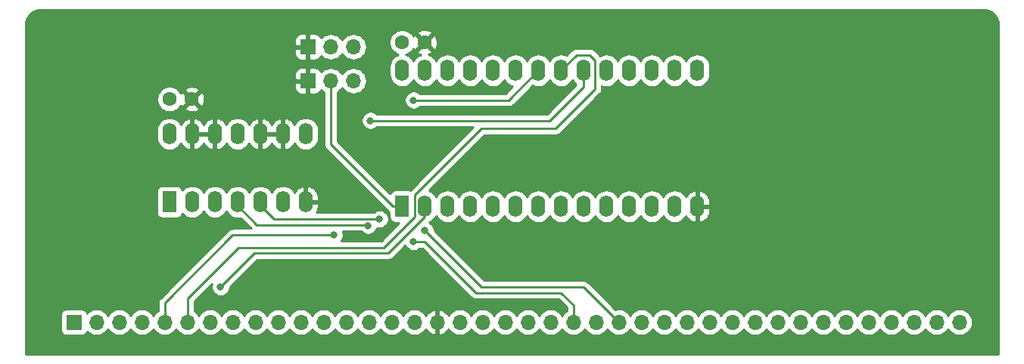
<source format=gbr>
G04 #@! TF.GenerationSoftware,KiCad,Pcbnew,(5.1.2)-2*
G04 #@! TF.CreationDate,2021-09-18T22:43:47+02:00*
G04 #@! TF.ProjectId,aZ80_ROM,615a3830-5f52-44f4-9d2e-6b696361645f,rev?*
G04 #@! TF.SameCoordinates,Original*
G04 #@! TF.FileFunction,Copper,L2,Bot*
G04 #@! TF.FilePolarity,Positive*
%FSLAX46Y46*%
G04 Gerber Fmt 4.6, Leading zero omitted, Abs format (unit mm)*
G04 Created by KiCad (PCBNEW (5.1.2)-2) date 2021-09-18 22:43:47*
%MOMM*%
%LPD*%
G04 APERTURE LIST*
%ADD10O,1.600000X2.400000*%
%ADD11R,1.600000X2.400000*%
%ADD12O,1.700000X1.700000*%
%ADD13R,1.700000X1.700000*%
%ADD14C,1.600000*%
%ADD15C,0.800000*%
%ADD16C,0.250000*%
%ADD17C,0.254000*%
G04 APERTURE END LIST*
D10*
X125730000Y-81760000D03*
X158750000Y-97000000D03*
X128270000Y-81760000D03*
X156210000Y-97000000D03*
X130810000Y-81760000D03*
X153670000Y-97000000D03*
X133350000Y-81760000D03*
X151130000Y-97000000D03*
X135890000Y-81760000D03*
X148590000Y-97000000D03*
X138430000Y-81760000D03*
X146050000Y-97000000D03*
X140970000Y-81760000D03*
X143510000Y-97000000D03*
X143510000Y-81760000D03*
X140970000Y-97000000D03*
X146050000Y-81760000D03*
X138430000Y-97000000D03*
X148590000Y-81760000D03*
X135890000Y-97000000D03*
X151130000Y-81760000D03*
X133350000Y-97000000D03*
X153670000Y-81760000D03*
X130810000Y-97000000D03*
X156210000Y-81760000D03*
X128270000Y-97000000D03*
X158750000Y-81760000D03*
D11*
X125730000Y-97000000D03*
D10*
X99695000Y-88880000D03*
X114935000Y-96500000D03*
X102235000Y-88880000D03*
X112395000Y-96500000D03*
X104775000Y-88880000D03*
X109855000Y-96500000D03*
X107315000Y-88880000D03*
X107315000Y-96500000D03*
X109855000Y-88880000D03*
X104775000Y-96500000D03*
X112395000Y-88880000D03*
X102235000Y-96500000D03*
X114935000Y-88880000D03*
D11*
X99695000Y-96500000D03*
D12*
X120275000Y-79121000D03*
X117735000Y-79121000D03*
D13*
X115195000Y-79121000D03*
D12*
X120275000Y-82931000D03*
X117735000Y-82931000D03*
D13*
X115195000Y-82931000D03*
D14*
X128230000Y-78613000D03*
X125730000Y-78613000D03*
X102195000Y-85000000D03*
X99695000Y-85000000D03*
D12*
X188060000Y-110000000D03*
X185520000Y-110000000D03*
X182980000Y-110000000D03*
X180440000Y-110000000D03*
X177900000Y-110000000D03*
X175360000Y-110000000D03*
X172820000Y-110000000D03*
X170280000Y-110000000D03*
X167740000Y-110000000D03*
X165200000Y-110000000D03*
X162660000Y-110000000D03*
X160120000Y-110000000D03*
X157580000Y-110000000D03*
X155040000Y-110000000D03*
X152500000Y-110000000D03*
X149960000Y-110000000D03*
X147420000Y-110000000D03*
X144880000Y-110000000D03*
X142340000Y-110000000D03*
X139800000Y-110000000D03*
X137260000Y-110000000D03*
X134720000Y-110000000D03*
X132180000Y-110000000D03*
X129640000Y-110000000D03*
X127100000Y-110000000D03*
X124560000Y-110000000D03*
X122020000Y-110000000D03*
X119480000Y-110000000D03*
X116940000Y-110000000D03*
X114400000Y-110000000D03*
X111860000Y-110000000D03*
X109320000Y-110000000D03*
X106780000Y-110000000D03*
X104240000Y-110000000D03*
X101700000Y-110000000D03*
X99160000Y-110000000D03*
X96620000Y-110000000D03*
X94080000Y-110000000D03*
X91540000Y-110000000D03*
D13*
X89000000Y-110000000D03*
D15*
X118110000Y-100240000D03*
X105410000Y-106045000D03*
X123190000Y-98425000D03*
X128270000Y-99695000D03*
X121920000Y-99150000D03*
X127000000Y-100965000D03*
X127000000Y-85090000D03*
X122174000Y-87376000D03*
D16*
X112395000Y-88880000D02*
X112395000Y-89280000D01*
X109855000Y-88880000D02*
X109855000Y-89428996D01*
X101700000Y-110000000D02*
X101700000Y-107850000D01*
X107442000Y-101600000D02*
X101700000Y-107342000D01*
X123698000Y-101600000D02*
X107442000Y-101600000D01*
X127144999Y-95740001D02*
X127144999Y-98153001D01*
X145260000Y-80010000D02*
X146685000Y-80010000D01*
X134620000Y-88265000D02*
X127144999Y-95740001D01*
X143510000Y-81760000D02*
X145260000Y-80010000D01*
X146685000Y-80010000D02*
X147320000Y-80645000D01*
X147320000Y-80645000D02*
X147320000Y-83820000D01*
X147320000Y-83820000D02*
X142875000Y-88265000D01*
X101700000Y-107342000D02*
X101700000Y-110000000D01*
X127144999Y-98153001D02*
X123698000Y-101600000D01*
X142875000Y-88265000D02*
X134620000Y-88265000D01*
X106770001Y-100239999D02*
X118200001Y-100239999D01*
X99160000Y-110000000D02*
X99160000Y-107850000D01*
X99160000Y-107850000D02*
X106770001Y-100239999D01*
X128270000Y-98131370D02*
X124166370Y-102235000D01*
X128270000Y-97000000D02*
X128270000Y-98131370D01*
X124166370Y-102235000D02*
X109220000Y-102235000D01*
X109220000Y-102235000D02*
X105410000Y-106045000D01*
X109855000Y-96900000D02*
X111380000Y-98425000D01*
X109855000Y-96500000D02*
X109855000Y-96900000D01*
X111380000Y-98425000D02*
X123190000Y-98425000D01*
X128270000Y-99695000D02*
X134620000Y-106045000D01*
X146005000Y-106045000D02*
X149960000Y-110000000D01*
X134620000Y-106045000D02*
X146005000Y-106045000D01*
X107315000Y-96900000D02*
X109475000Y-99060000D01*
X107315000Y-96500000D02*
X107315000Y-96900000D01*
X109475000Y-99060000D02*
X121830000Y-99060000D01*
X121830000Y-99060000D02*
X121920000Y-99150000D01*
X127000000Y-100965000D02*
X128270000Y-100965000D01*
X133985000Y-106680000D02*
X143510000Y-106680000D01*
X128270000Y-100965000D02*
X133985000Y-106680000D01*
X144880000Y-108050000D02*
X144880000Y-110000000D01*
X143510000Y-106680000D02*
X144880000Y-108050000D01*
X137640000Y-85090000D02*
X140970000Y-81760000D01*
X127000000Y-85090000D02*
X137640000Y-85090000D01*
X102235000Y-96500000D02*
X102235000Y-96900000D01*
X89135000Y-110000000D02*
X89000000Y-110000000D01*
X124680000Y-97000000D02*
X125730000Y-97000000D01*
X117735000Y-90055000D02*
X124680000Y-97000000D01*
X117735000Y-82931000D02*
X117735000Y-90055000D01*
X146050000Y-82891370D02*
X146050000Y-81760000D01*
X146050000Y-83566000D02*
X146050000Y-82891370D01*
X142240000Y-87376000D02*
X146050000Y-83566000D01*
X122174000Y-87376000D02*
X142240000Y-87376000D01*
D17*
G36*
X190625973Y-74954997D02*
G01*
X191008006Y-74992455D01*
X191342748Y-75093520D01*
X191651492Y-75257681D01*
X191922471Y-75478687D01*
X192145361Y-75748115D01*
X192311670Y-76055697D01*
X192415072Y-76389736D01*
X192454996Y-76769582D01*
X192445185Y-113581000D01*
X83595000Y-113581000D01*
X83595000Y-109150000D01*
X87511928Y-109150000D01*
X87511928Y-110850000D01*
X87524188Y-110974482D01*
X87560498Y-111094180D01*
X87619463Y-111204494D01*
X87698815Y-111301185D01*
X87795506Y-111380537D01*
X87905820Y-111439502D01*
X88025518Y-111475812D01*
X88150000Y-111488072D01*
X89850000Y-111488072D01*
X89974482Y-111475812D01*
X90094180Y-111439502D01*
X90204494Y-111380537D01*
X90301185Y-111301185D01*
X90380537Y-111204494D01*
X90439502Y-111094180D01*
X90460393Y-111025313D01*
X90484866Y-111055134D01*
X90710986Y-111240706D01*
X90968966Y-111378599D01*
X91248889Y-111463513D01*
X91467050Y-111485000D01*
X91612950Y-111485000D01*
X91831111Y-111463513D01*
X92111034Y-111378599D01*
X92369014Y-111240706D01*
X92595134Y-111055134D01*
X92780706Y-110829014D01*
X92810000Y-110774209D01*
X92839294Y-110829014D01*
X93024866Y-111055134D01*
X93250986Y-111240706D01*
X93508966Y-111378599D01*
X93788889Y-111463513D01*
X94007050Y-111485000D01*
X94152950Y-111485000D01*
X94371111Y-111463513D01*
X94651034Y-111378599D01*
X94909014Y-111240706D01*
X95135134Y-111055134D01*
X95320706Y-110829014D01*
X95350000Y-110774209D01*
X95379294Y-110829014D01*
X95564866Y-111055134D01*
X95790986Y-111240706D01*
X96048966Y-111378599D01*
X96328889Y-111463513D01*
X96547050Y-111485000D01*
X96692950Y-111485000D01*
X96911111Y-111463513D01*
X97191034Y-111378599D01*
X97449014Y-111240706D01*
X97675134Y-111055134D01*
X97860706Y-110829014D01*
X97890000Y-110774209D01*
X97919294Y-110829014D01*
X98104866Y-111055134D01*
X98330986Y-111240706D01*
X98588966Y-111378599D01*
X98868889Y-111463513D01*
X99087050Y-111485000D01*
X99232950Y-111485000D01*
X99451111Y-111463513D01*
X99731034Y-111378599D01*
X99989014Y-111240706D01*
X100215134Y-111055134D01*
X100400706Y-110829014D01*
X100430000Y-110774209D01*
X100459294Y-110829014D01*
X100644866Y-111055134D01*
X100870986Y-111240706D01*
X101128966Y-111378599D01*
X101408889Y-111463513D01*
X101627050Y-111485000D01*
X101772950Y-111485000D01*
X101991111Y-111463513D01*
X102271034Y-111378599D01*
X102529014Y-111240706D01*
X102755134Y-111055134D01*
X102940706Y-110829014D01*
X102970000Y-110774209D01*
X102999294Y-110829014D01*
X103184866Y-111055134D01*
X103410986Y-111240706D01*
X103668966Y-111378599D01*
X103948889Y-111463513D01*
X104167050Y-111485000D01*
X104312950Y-111485000D01*
X104531111Y-111463513D01*
X104811034Y-111378599D01*
X105069014Y-111240706D01*
X105295134Y-111055134D01*
X105480706Y-110829014D01*
X105510000Y-110774209D01*
X105539294Y-110829014D01*
X105724866Y-111055134D01*
X105950986Y-111240706D01*
X106208966Y-111378599D01*
X106488889Y-111463513D01*
X106707050Y-111485000D01*
X106852950Y-111485000D01*
X107071111Y-111463513D01*
X107351034Y-111378599D01*
X107609014Y-111240706D01*
X107835134Y-111055134D01*
X108020706Y-110829014D01*
X108050000Y-110774209D01*
X108079294Y-110829014D01*
X108264866Y-111055134D01*
X108490986Y-111240706D01*
X108748966Y-111378599D01*
X109028889Y-111463513D01*
X109247050Y-111485000D01*
X109392950Y-111485000D01*
X109611111Y-111463513D01*
X109891034Y-111378599D01*
X110149014Y-111240706D01*
X110375134Y-111055134D01*
X110560706Y-110829014D01*
X110590000Y-110774209D01*
X110619294Y-110829014D01*
X110804866Y-111055134D01*
X111030986Y-111240706D01*
X111288966Y-111378599D01*
X111568889Y-111463513D01*
X111787050Y-111485000D01*
X111932950Y-111485000D01*
X112151111Y-111463513D01*
X112431034Y-111378599D01*
X112689014Y-111240706D01*
X112915134Y-111055134D01*
X113100706Y-110829014D01*
X113130000Y-110774209D01*
X113159294Y-110829014D01*
X113344866Y-111055134D01*
X113570986Y-111240706D01*
X113828966Y-111378599D01*
X114108889Y-111463513D01*
X114327050Y-111485000D01*
X114472950Y-111485000D01*
X114691111Y-111463513D01*
X114971034Y-111378599D01*
X115229014Y-111240706D01*
X115455134Y-111055134D01*
X115640706Y-110829014D01*
X115670000Y-110774209D01*
X115699294Y-110829014D01*
X115884866Y-111055134D01*
X116110986Y-111240706D01*
X116368966Y-111378599D01*
X116648889Y-111463513D01*
X116867050Y-111485000D01*
X117012950Y-111485000D01*
X117231111Y-111463513D01*
X117511034Y-111378599D01*
X117769014Y-111240706D01*
X117995134Y-111055134D01*
X118180706Y-110829014D01*
X118210000Y-110774209D01*
X118239294Y-110829014D01*
X118424866Y-111055134D01*
X118650986Y-111240706D01*
X118908966Y-111378599D01*
X119188889Y-111463513D01*
X119407050Y-111485000D01*
X119552950Y-111485000D01*
X119771111Y-111463513D01*
X120051034Y-111378599D01*
X120309014Y-111240706D01*
X120535134Y-111055134D01*
X120720706Y-110829014D01*
X120750000Y-110774209D01*
X120779294Y-110829014D01*
X120964866Y-111055134D01*
X121190986Y-111240706D01*
X121448966Y-111378599D01*
X121728889Y-111463513D01*
X121947050Y-111485000D01*
X122092950Y-111485000D01*
X122311111Y-111463513D01*
X122591034Y-111378599D01*
X122849014Y-111240706D01*
X123075134Y-111055134D01*
X123260706Y-110829014D01*
X123290000Y-110774209D01*
X123319294Y-110829014D01*
X123504866Y-111055134D01*
X123730986Y-111240706D01*
X123988966Y-111378599D01*
X124268889Y-111463513D01*
X124487050Y-111485000D01*
X124632950Y-111485000D01*
X124851111Y-111463513D01*
X125131034Y-111378599D01*
X125389014Y-111240706D01*
X125615134Y-111055134D01*
X125800706Y-110829014D01*
X125830000Y-110774209D01*
X125859294Y-110829014D01*
X126044866Y-111055134D01*
X126270986Y-111240706D01*
X126528966Y-111378599D01*
X126808889Y-111463513D01*
X127027050Y-111485000D01*
X127172950Y-111485000D01*
X127391111Y-111463513D01*
X127671034Y-111378599D01*
X127929014Y-111240706D01*
X128155134Y-111055134D01*
X128340706Y-110829014D01*
X128375201Y-110764477D01*
X128444822Y-110881355D01*
X128639731Y-111097588D01*
X128873080Y-111271641D01*
X129135901Y-111396825D01*
X129283110Y-111441476D01*
X129513000Y-111320155D01*
X129513000Y-110127000D01*
X129493000Y-110127000D01*
X129493000Y-109873000D01*
X129513000Y-109873000D01*
X129513000Y-108679845D01*
X129283110Y-108558524D01*
X129135901Y-108603175D01*
X128873080Y-108728359D01*
X128639731Y-108902412D01*
X128444822Y-109118645D01*
X128375201Y-109235523D01*
X128340706Y-109170986D01*
X128155134Y-108944866D01*
X127929014Y-108759294D01*
X127671034Y-108621401D01*
X127391111Y-108536487D01*
X127172950Y-108515000D01*
X127027050Y-108515000D01*
X126808889Y-108536487D01*
X126528966Y-108621401D01*
X126270986Y-108759294D01*
X126044866Y-108944866D01*
X125859294Y-109170986D01*
X125830000Y-109225791D01*
X125800706Y-109170986D01*
X125615134Y-108944866D01*
X125389014Y-108759294D01*
X125131034Y-108621401D01*
X124851111Y-108536487D01*
X124632950Y-108515000D01*
X124487050Y-108515000D01*
X124268889Y-108536487D01*
X123988966Y-108621401D01*
X123730986Y-108759294D01*
X123504866Y-108944866D01*
X123319294Y-109170986D01*
X123290000Y-109225791D01*
X123260706Y-109170986D01*
X123075134Y-108944866D01*
X122849014Y-108759294D01*
X122591034Y-108621401D01*
X122311111Y-108536487D01*
X122092950Y-108515000D01*
X121947050Y-108515000D01*
X121728889Y-108536487D01*
X121448966Y-108621401D01*
X121190986Y-108759294D01*
X120964866Y-108944866D01*
X120779294Y-109170986D01*
X120750000Y-109225791D01*
X120720706Y-109170986D01*
X120535134Y-108944866D01*
X120309014Y-108759294D01*
X120051034Y-108621401D01*
X119771111Y-108536487D01*
X119552950Y-108515000D01*
X119407050Y-108515000D01*
X119188889Y-108536487D01*
X118908966Y-108621401D01*
X118650986Y-108759294D01*
X118424866Y-108944866D01*
X118239294Y-109170986D01*
X118210000Y-109225791D01*
X118180706Y-109170986D01*
X117995134Y-108944866D01*
X117769014Y-108759294D01*
X117511034Y-108621401D01*
X117231111Y-108536487D01*
X117012950Y-108515000D01*
X116867050Y-108515000D01*
X116648889Y-108536487D01*
X116368966Y-108621401D01*
X116110986Y-108759294D01*
X115884866Y-108944866D01*
X115699294Y-109170986D01*
X115670000Y-109225791D01*
X115640706Y-109170986D01*
X115455134Y-108944866D01*
X115229014Y-108759294D01*
X114971034Y-108621401D01*
X114691111Y-108536487D01*
X114472950Y-108515000D01*
X114327050Y-108515000D01*
X114108889Y-108536487D01*
X113828966Y-108621401D01*
X113570986Y-108759294D01*
X113344866Y-108944866D01*
X113159294Y-109170986D01*
X113130000Y-109225791D01*
X113100706Y-109170986D01*
X112915134Y-108944866D01*
X112689014Y-108759294D01*
X112431034Y-108621401D01*
X112151111Y-108536487D01*
X111932950Y-108515000D01*
X111787050Y-108515000D01*
X111568889Y-108536487D01*
X111288966Y-108621401D01*
X111030986Y-108759294D01*
X110804866Y-108944866D01*
X110619294Y-109170986D01*
X110590000Y-109225791D01*
X110560706Y-109170986D01*
X110375134Y-108944866D01*
X110149014Y-108759294D01*
X109891034Y-108621401D01*
X109611111Y-108536487D01*
X109392950Y-108515000D01*
X109247050Y-108515000D01*
X109028889Y-108536487D01*
X108748966Y-108621401D01*
X108490986Y-108759294D01*
X108264866Y-108944866D01*
X108079294Y-109170986D01*
X108050000Y-109225791D01*
X108020706Y-109170986D01*
X107835134Y-108944866D01*
X107609014Y-108759294D01*
X107351034Y-108621401D01*
X107071111Y-108536487D01*
X106852950Y-108515000D01*
X106707050Y-108515000D01*
X106488889Y-108536487D01*
X106208966Y-108621401D01*
X105950986Y-108759294D01*
X105724866Y-108944866D01*
X105539294Y-109170986D01*
X105510000Y-109225791D01*
X105480706Y-109170986D01*
X105295134Y-108944866D01*
X105069014Y-108759294D01*
X104811034Y-108621401D01*
X104531111Y-108536487D01*
X104312950Y-108515000D01*
X104167050Y-108515000D01*
X103948889Y-108536487D01*
X103668966Y-108621401D01*
X103410986Y-108759294D01*
X103184866Y-108944866D01*
X102999294Y-109170986D01*
X102970000Y-109225791D01*
X102940706Y-109170986D01*
X102755134Y-108944866D01*
X102529014Y-108759294D01*
X102460000Y-108722405D01*
X102460000Y-107656801D01*
X104443818Y-105672983D01*
X104414774Y-105743102D01*
X104375000Y-105943061D01*
X104375000Y-106146939D01*
X104414774Y-106346898D01*
X104492795Y-106535256D01*
X104606063Y-106704774D01*
X104750226Y-106848937D01*
X104919744Y-106962205D01*
X105108102Y-107040226D01*
X105308061Y-107080000D01*
X105511939Y-107080000D01*
X105711898Y-107040226D01*
X105900256Y-106962205D01*
X106069774Y-106848937D01*
X106213937Y-106704774D01*
X106327205Y-106535256D01*
X106405226Y-106346898D01*
X106445000Y-106146939D01*
X106445000Y-106084801D01*
X109534802Y-102995000D01*
X124129048Y-102995000D01*
X124166370Y-102998676D01*
X124203692Y-102995000D01*
X124203703Y-102995000D01*
X124315356Y-102984003D01*
X124458617Y-102940546D01*
X124590646Y-102869974D01*
X124706371Y-102775001D01*
X124730174Y-102745997D01*
X126064671Y-101411501D01*
X126082795Y-101455256D01*
X126196063Y-101624774D01*
X126340226Y-101768937D01*
X126509744Y-101882205D01*
X126698102Y-101960226D01*
X126898061Y-102000000D01*
X127101939Y-102000000D01*
X127301898Y-101960226D01*
X127490256Y-101882205D01*
X127659774Y-101768937D01*
X127703711Y-101725000D01*
X127955199Y-101725000D01*
X133421200Y-107191002D01*
X133444999Y-107220001D01*
X133473997Y-107243799D01*
X133560724Y-107314974D01*
X133692753Y-107385546D01*
X133836014Y-107429003D01*
X133985000Y-107443677D01*
X134022333Y-107440000D01*
X143195199Y-107440000D01*
X144120000Y-108364802D01*
X144120000Y-108722405D01*
X144050986Y-108759294D01*
X143824866Y-108944866D01*
X143639294Y-109170986D01*
X143610000Y-109225791D01*
X143580706Y-109170986D01*
X143395134Y-108944866D01*
X143169014Y-108759294D01*
X142911034Y-108621401D01*
X142631111Y-108536487D01*
X142412950Y-108515000D01*
X142267050Y-108515000D01*
X142048889Y-108536487D01*
X141768966Y-108621401D01*
X141510986Y-108759294D01*
X141284866Y-108944866D01*
X141099294Y-109170986D01*
X141070000Y-109225791D01*
X141040706Y-109170986D01*
X140855134Y-108944866D01*
X140629014Y-108759294D01*
X140371034Y-108621401D01*
X140091111Y-108536487D01*
X139872950Y-108515000D01*
X139727050Y-108515000D01*
X139508889Y-108536487D01*
X139228966Y-108621401D01*
X138970986Y-108759294D01*
X138744866Y-108944866D01*
X138559294Y-109170986D01*
X138530000Y-109225791D01*
X138500706Y-109170986D01*
X138315134Y-108944866D01*
X138089014Y-108759294D01*
X137831034Y-108621401D01*
X137551111Y-108536487D01*
X137332950Y-108515000D01*
X137187050Y-108515000D01*
X136968889Y-108536487D01*
X136688966Y-108621401D01*
X136430986Y-108759294D01*
X136204866Y-108944866D01*
X136019294Y-109170986D01*
X135990000Y-109225791D01*
X135960706Y-109170986D01*
X135775134Y-108944866D01*
X135549014Y-108759294D01*
X135291034Y-108621401D01*
X135011111Y-108536487D01*
X134792950Y-108515000D01*
X134647050Y-108515000D01*
X134428889Y-108536487D01*
X134148966Y-108621401D01*
X133890986Y-108759294D01*
X133664866Y-108944866D01*
X133479294Y-109170986D01*
X133450000Y-109225791D01*
X133420706Y-109170986D01*
X133235134Y-108944866D01*
X133009014Y-108759294D01*
X132751034Y-108621401D01*
X132471111Y-108536487D01*
X132252950Y-108515000D01*
X132107050Y-108515000D01*
X131888889Y-108536487D01*
X131608966Y-108621401D01*
X131350986Y-108759294D01*
X131124866Y-108944866D01*
X130939294Y-109170986D01*
X130904799Y-109235523D01*
X130835178Y-109118645D01*
X130640269Y-108902412D01*
X130406920Y-108728359D01*
X130144099Y-108603175D01*
X129996890Y-108558524D01*
X129767000Y-108679845D01*
X129767000Y-109873000D01*
X129787000Y-109873000D01*
X129787000Y-110127000D01*
X129767000Y-110127000D01*
X129767000Y-111320155D01*
X129996890Y-111441476D01*
X130144099Y-111396825D01*
X130406920Y-111271641D01*
X130640269Y-111097588D01*
X130835178Y-110881355D01*
X130904799Y-110764477D01*
X130939294Y-110829014D01*
X131124866Y-111055134D01*
X131350986Y-111240706D01*
X131608966Y-111378599D01*
X131888889Y-111463513D01*
X132107050Y-111485000D01*
X132252950Y-111485000D01*
X132471111Y-111463513D01*
X132751034Y-111378599D01*
X133009014Y-111240706D01*
X133235134Y-111055134D01*
X133420706Y-110829014D01*
X133450000Y-110774209D01*
X133479294Y-110829014D01*
X133664866Y-111055134D01*
X133890986Y-111240706D01*
X134148966Y-111378599D01*
X134428889Y-111463513D01*
X134647050Y-111485000D01*
X134792950Y-111485000D01*
X135011111Y-111463513D01*
X135291034Y-111378599D01*
X135549014Y-111240706D01*
X135775134Y-111055134D01*
X135960706Y-110829014D01*
X135990000Y-110774209D01*
X136019294Y-110829014D01*
X136204866Y-111055134D01*
X136430986Y-111240706D01*
X136688966Y-111378599D01*
X136968889Y-111463513D01*
X137187050Y-111485000D01*
X137332950Y-111485000D01*
X137551111Y-111463513D01*
X137831034Y-111378599D01*
X138089014Y-111240706D01*
X138315134Y-111055134D01*
X138500706Y-110829014D01*
X138530000Y-110774209D01*
X138559294Y-110829014D01*
X138744866Y-111055134D01*
X138970986Y-111240706D01*
X139228966Y-111378599D01*
X139508889Y-111463513D01*
X139727050Y-111485000D01*
X139872950Y-111485000D01*
X140091111Y-111463513D01*
X140371034Y-111378599D01*
X140629014Y-111240706D01*
X140855134Y-111055134D01*
X141040706Y-110829014D01*
X141070000Y-110774209D01*
X141099294Y-110829014D01*
X141284866Y-111055134D01*
X141510986Y-111240706D01*
X141768966Y-111378599D01*
X142048889Y-111463513D01*
X142267050Y-111485000D01*
X142412950Y-111485000D01*
X142631111Y-111463513D01*
X142911034Y-111378599D01*
X143169014Y-111240706D01*
X143395134Y-111055134D01*
X143580706Y-110829014D01*
X143610000Y-110774209D01*
X143639294Y-110829014D01*
X143824866Y-111055134D01*
X144050986Y-111240706D01*
X144308966Y-111378599D01*
X144588889Y-111463513D01*
X144807050Y-111485000D01*
X144952950Y-111485000D01*
X145171111Y-111463513D01*
X145451034Y-111378599D01*
X145709014Y-111240706D01*
X145935134Y-111055134D01*
X146120706Y-110829014D01*
X146150000Y-110774209D01*
X146179294Y-110829014D01*
X146364866Y-111055134D01*
X146590986Y-111240706D01*
X146848966Y-111378599D01*
X147128889Y-111463513D01*
X147347050Y-111485000D01*
X147492950Y-111485000D01*
X147711111Y-111463513D01*
X147991034Y-111378599D01*
X148249014Y-111240706D01*
X148475134Y-111055134D01*
X148660706Y-110829014D01*
X148690000Y-110774209D01*
X148719294Y-110829014D01*
X148904866Y-111055134D01*
X149130986Y-111240706D01*
X149388966Y-111378599D01*
X149668889Y-111463513D01*
X149887050Y-111485000D01*
X150032950Y-111485000D01*
X150251111Y-111463513D01*
X150531034Y-111378599D01*
X150789014Y-111240706D01*
X151015134Y-111055134D01*
X151200706Y-110829014D01*
X151230000Y-110774209D01*
X151259294Y-110829014D01*
X151444866Y-111055134D01*
X151670986Y-111240706D01*
X151928966Y-111378599D01*
X152208889Y-111463513D01*
X152427050Y-111485000D01*
X152572950Y-111485000D01*
X152791111Y-111463513D01*
X153071034Y-111378599D01*
X153329014Y-111240706D01*
X153555134Y-111055134D01*
X153740706Y-110829014D01*
X153770000Y-110774209D01*
X153799294Y-110829014D01*
X153984866Y-111055134D01*
X154210986Y-111240706D01*
X154468966Y-111378599D01*
X154748889Y-111463513D01*
X154967050Y-111485000D01*
X155112950Y-111485000D01*
X155331111Y-111463513D01*
X155611034Y-111378599D01*
X155869014Y-111240706D01*
X156095134Y-111055134D01*
X156280706Y-110829014D01*
X156310000Y-110774209D01*
X156339294Y-110829014D01*
X156524866Y-111055134D01*
X156750986Y-111240706D01*
X157008966Y-111378599D01*
X157288889Y-111463513D01*
X157507050Y-111485000D01*
X157652950Y-111485000D01*
X157871111Y-111463513D01*
X158151034Y-111378599D01*
X158409014Y-111240706D01*
X158635134Y-111055134D01*
X158820706Y-110829014D01*
X158850000Y-110774209D01*
X158879294Y-110829014D01*
X159064866Y-111055134D01*
X159290986Y-111240706D01*
X159548966Y-111378599D01*
X159828889Y-111463513D01*
X160047050Y-111485000D01*
X160192950Y-111485000D01*
X160411111Y-111463513D01*
X160691034Y-111378599D01*
X160949014Y-111240706D01*
X161175134Y-111055134D01*
X161360706Y-110829014D01*
X161390000Y-110774209D01*
X161419294Y-110829014D01*
X161604866Y-111055134D01*
X161830986Y-111240706D01*
X162088966Y-111378599D01*
X162368889Y-111463513D01*
X162587050Y-111485000D01*
X162732950Y-111485000D01*
X162951111Y-111463513D01*
X163231034Y-111378599D01*
X163489014Y-111240706D01*
X163715134Y-111055134D01*
X163900706Y-110829014D01*
X163930000Y-110774209D01*
X163959294Y-110829014D01*
X164144866Y-111055134D01*
X164370986Y-111240706D01*
X164628966Y-111378599D01*
X164908889Y-111463513D01*
X165127050Y-111485000D01*
X165272950Y-111485000D01*
X165491111Y-111463513D01*
X165771034Y-111378599D01*
X166029014Y-111240706D01*
X166255134Y-111055134D01*
X166440706Y-110829014D01*
X166470000Y-110774209D01*
X166499294Y-110829014D01*
X166684866Y-111055134D01*
X166910986Y-111240706D01*
X167168966Y-111378599D01*
X167448889Y-111463513D01*
X167667050Y-111485000D01*
X167812950Y-111485000D01*
X168031111Y-111463513D01*
X168311034Y-111378599D01*
X168569014Y-111240706D01*
X168795134Y-111055134D01*
X168980706Y-110829014D01*
X169010000Y-110774209D01*
X169039294Y-110829014D01*
X169224866Y-111055134D01*
X169450986Y-111240706D01*
X169708966Y-111378599D01*
X169988889Y-111463513D01*
X170207050Y-111485000D01*
X170352950Y-111485000D01*
X170571111Y-111463513D01*
X170851034Y-111378599D01*
X171109014Y-111240706D01*
X171335134Y-111055134D01*
X171520706Y-110829014D01*
X171550000Y-110774209D01*
X171579294Y-110829014D01*
X171764866Y-111055134D01*
X171990986Y-111240706D01*
X172248966Y-111378599D01*
X172528889Y-111463513D01*
X172747050Y-111485000D01*
X172892950Y-111485000D01*
X173111111Y-111463513D01*
X173391034Y-111378599D01*
X173649014Y-111240706D01*
X173875134Y-111055134D01*
X174060706Y-110829014D01*
X174090000Y-110774209D01*
X174119294Y-110829014D01*
X174304866Y-111055134D01*
X174530986Y-111240706D01*
X174788966Y-111378599D01*
X175068889Y-111463513D01*
X175287050Y-111485000D01*
X175432950Y-111485000D01*
X175651111Y-111463513D01*
X175931034Y-111378599D01*
X176189014Y-111240706D01*
X176415134Y-111055134D01*
X176600706Y-110829014D01*
X176630000Y-110774209D01*
X176659294Y-110829014D01*
X176844866Y-111055134D01*
X177070986Y-111240706D01*
X177328966Y-111378599D01*
X177608889Y-111463513D01*
X177827050Y-111485000D01*
X177972950Y-111485000D01*
X178191111Y-111463513D01*
X178471034Y-111378599D01*
X178729014Y-111240706D01*
X178955134Y-111055134D01*
X179140706Y-110829014D01*
X179170000Y-110774209D01*
X179199294Y-110829014D01*
X179384866Y-111055134D01*
X179610986Y-111240706D01*
X179868966Y-111378599D01*
X180148889Y-111463513D01*
X180367050Y-111485000D01*
X180512950Y-111485000D01*
X180731111Y-111463513D01*
X181011034Y-111378599D01*
X181269014Y-111240706D01*
X181495134Y-111055134D01*
X181680706Y-110829014D01*
X181710000Y-110774209D01*
X181739294Y-110829014D01*
X181924866Y-111055134D01*
X182150986Y-111240706D01*
X182408966Y-111378599D01*
X182688889Y-111463513D01*
X182907050Y-111485000D01*
X183052950Y-111485000D01*
X183271111Y-111463513D01*
X183551034Y-111378599D01*
X183809014Y-111240706D01*
X184035134Y-111055134D01*
X184220706Y-110829014D01*
X184250000Y-110774209D01*
X184279294Y-110829014D01*
X184464866Y-111055134D01*
X184690986Y-111240706D01*
X184948966Y-111378599D01*
X185228889Y-111463513D01*
X185447050Y-111485000D01*
X185592950Y-111485000D01*
X185811111Y-111463513D01*
X186091034Y-111378599D01*
X186349014Y-111240706D01*
X186575134Y-111055134D01*
X186760706Y-110829014D01*
X186790000Y-110774209D01*
X186819294Y-110829014D01*
X187004866Y-111055134D01*
X187230986Y-111240706D01*
X187488966Y-111378599D01*
X187768889Y-111463513D01*
X187987050Y-111485000D01*
X188132950Y-111485000D01*
X188351111Y-111463513D01*
X188631034Y-111378599D01*
X188889014Y-111240706D01*
X189115134Y-111055134D01*
X189300706Y-110829014D01*
X189438599Y-110571034D01*
X189523513Y-110291111D01*
X189552185Y-110000000D01*
X189523513Y-109708889D01*
X189438599Y-109428966D01*
X189300706Y-109170986D01*
X189115134Y-108944866D01*
X188889014Y-108759294D01*
X188631034Y-108621401D01*
X188351111Y-108536487D01*
X188132950Y-108515000D01*
X187987050Y-108515000D01*
X187768889Y-108536487D01*
X187488966Y-108621401D01*
X187230986Y-108759294D01*
X187004866Y-108944866D01*
X186819294Y-109170986D01*
X186790000Y-109225791D01*
X186760706Y-109170986D01*
X186575134Y-108944866D01*
X186349014Y-108759294D01*
X186091034Y-108621401D01*
X185811111Y-108536487D01*
X185592950Y-108515000D01*
X185447050Y-108515000D01*
X185228889Y-108536487D01*
X184948966Y-108621401D01*
X184690986Y-108759294D01*
X184464866Y-108944866D01*
X184279294Y-109170986D01*
X184250000Y-109225791D01*
X184220706Y-109170986D01*
X184035134Y-108944866D01*
X183809014Y-108759294D01*
X183551034Y-108621401D01*
X183271111Y-108536487D01*
X183052950Y-108515000D01*
X182907050Y-108515000D01*
X182688889Y-108536487D01*
X182408966Y-108621401D01*
X182150986Y-108759294D01*
X181924866Y-108944866D01*
X181739294Y-109170986D01*
X181710000Y-109225791D01*
X181680706Y-109170986D01*
X181495134Y-108944866D01*
X181269014Y-108759294D01*
X181011034Y-108621401D01*
X180731111Y-108536487D01*
X180512950Y-108515000D01*
X180367050Y-108515000D01*
X180148889Y-108536487D01*
X179868966Y-108621401D01*
X179610986Y-108759294D01*
X179384866Y-108944866D01*
X179199294Y-109170986D01*
X179170000Y-109225791D01*
X179140706Y-109170986D01*
X178955134Y-108944866D01*
X178729014Y-108759294D01*
X178471034Y-108621401D01*
X178191111Y-108536487D01*
X177972950Y-108515000D01*
X177827050Y-108515000D01*
X177608889Y-108536487D01*
X177328966Y-108621401D01*
X177070986Y-108759294D01*
X176844866Y-108944866D01*
X176659294Y-109170986D01*
X176630000Y-109225791D01*
X176600706Y-109170986D01*
X176415134Y-108944866D01*
X176189014Y-108759294D01*
X175931034Y-108621401D01*
X175651111Y-108536487D01*
X175432950Y-108515000D01*
X175287050Y-108515000D01*
X175068889Y-108536487D01*
X174788966Y-108621401D01*
X174530986Y-108759294D01*
X174304866Y-108944866D01*
X174119294Y-109170986D01*
X174090000Y-109225791D01*
X174060706Y-109170986D01*
X173875134Y-108944866D01*
X173649014Y-108759294D01*
X173391034Y-108621401D01*
X173111111Y-108536487D01*
X172892950Y-108515000D01*
X172747050Y-108515000D01*
X172528889Y-108536487D01*
X172248966Y-108621401D01*
X171990986Y-108759294D01*
X171764866Y-108944866D01*
X171579294Y-109170986D01*
X171550000Y-109225791D01*
X171520706Y-109170986D01*
X171335134Y-108944866D01*
X171109014Y-108759294D01*
X170851034Y-108621401D01*
X170571111Y-108536487D01*
X170352950Y-108515000D01*
X170207050Y-108515000D01*
X169988889Y-108536487D01*
X169708966Y-108621401D01*
X169450986Y-108759294D01*
X169224866Y-108944866D01*
X169039294Y-109170986D01*
X169010000Y-109225791D01*
X168980706Y-109170986D01*
X168795134Y-108944866D01*
X168569014Y-108759294D01*
X168311034Y-108621401D01*
X168031111Y-108536487D01*
X167812950Y-108515000D01*
X167667050Y-108515000D01*
X167448889Y-108536487D01*
X167168966Y-108621401D01*
X166910986Y-108759294D01*
X166684866Y-108944866D01*
X166499294Y-109170986D01*
X166470000Y-109225791D01*
X166440706Y-109170986D01*
X166255134Y-108944866D01*
X166029014Y-108759294D01*
X165771034Y-108621401D01*
X165491111Y-108536487D01*
X165272950Y-108515000D01*
X165127050Y-108515000D01*
X164908889Y-108536487D01*
X164628966Y-108621401D01*
X164370986Y-108759294D01*
X164144866Y-108944866D01*
X163959294Y-109170986D01*
X163930000Y-109225791D01*
X163900706Y-109170986D01*
X163715134Y-108944866D01*
X163489014Y-108759294D01*
X163231034Y-108621401D01*
X162951111Y-108536487D01*
X162732950Y-108515000D01*
X162587050Y-108515000D01*
X162368889Y-108536487D01*
X162088966Y-108621401D01*
X161830986Y-108759294D01*
X161604866Y-108944866D01*
X161419294Y-109170986D01*
X161390000Y-109225791D01*
X161360706Y-109170986D01*
X161175134Y-108944866D01*
X160949014Y-108759294D01*
X160691034Y-108621401D01*
X160411111Y-108536487D01*
X160192950Y-108515000D01*
X160047050Y-108515000D01*
X159828889Y-108536487D01*
X159548966Y-108621401D01*
X159290986Y-108759294D01*
X159064866Y-108944866D01*
X158879294Y-109170986D01*
X158850000Y-109225791D01*
X158820706Y-109170986D01*
X158635134Y-108944866D01*
X158409014Y-108759294D01*
X158151034Y-108621401D01*
X157871111Y-108536487D01*
X157652950Y-108515000D01*
X157507050Y-108515000D01*
X157288889Y-108536487D01*
X157008966Y-108621401D01*
X156750986Y-108759294D01*
X156524866Y-108944866D01*
X156339294Y-109170986D01*
X156310000Y-109225791D01*
X156280706Y-109170986D01*
X156095134Y-108944866D01*
X155869014Y-108759294D01*
X155611034Y-108621401D01*
X155331111Y-108536487D01*
X155112950Y-108515000D01*
X154967050Y-108515000D01*
X154748889Y-108536487D01*
X154468966Y-108621401D01*
X154210986Y-108759294D01*
X153984866Y-108944866D01*
X153799294Y-109170986D01*
X153770000Y-109225791D01*
X153740706Y-109170986D01*
X153555134Y-108944866D01*
X153329014Y-108759294D01*
X153071034Y-108621401D01*
X152791111Y-108536487D01*
X152572950Y-108515000D01*
X152427050Y-108515000D01*
X152208889Y-108536487D01*
X151928966Y-108621401D01*
X151670986Y-108759294D01*
X151444866Y-108944866D01*
X151259294Y-109170986D01*
X151230000Y-109225791D01*
X151200706Y-109170986D01*
X151015134Y-108944866D01*
X150789014Y-108759294D01*
X150531034Y-108621401D01*
X150251111Y-108536487D01*
X150032950Y-108515000D01*
X149887050Y-108515000D01*
X149668889Y-108536487D01*
X149594005Y-108559203D01*
X146568804Y-105534003D01*
X146545001Y-105504999D01*
X146429276Y-105410026D01*
X146297247Y-105339454D01*
X146153986Y-105295997D01*
X146042333Y-105285000D01*
X146042322Y-105285000D01*
X146005000Y-105281324D01*
X145967678Y-105285000D01*
X134934802Y-105285000D01*
X129305000Y-99655199D01*
X129305000Y-99593061D01*
X129265226Y-99393102D01*
X129187205Y-99204744D01*
X129073937Y-99035226D01*
X128929774Y-98891063D01*
X128760256Y-98777795D01*
X128722710Y-98762243D01*
X128821808Y-98732182D01*
X129071101Y-98598932D01*
X129289608Y-98419608D01*
X129468932Y-98201101D01*
X129540000Y-98068142D01*
X129611068Y-98201101D01*
X129790393Y-98419608D01*
X130008900Y-98598932D01*
X130258193Y-98732182D01*
X130528692Y-98814236D01*
X130810000Y-98841943D01*
X131091309Y-98814236D01*
X131361808Y-98732182D01*
X131611101Y-98598932D01*
X131829608Y-98419608D01*
X132008932Y-98201101D01*
X132080000Y-98068142D01*
X132151068Y-98201101D01*
X132330393Y-98419608D01*
X132548900Y-98598932D01*
X132798193Y-98732182D01*
X133068692Y-98814236D01*
X133350000Y-98841943D01*
X133631309Y-98814236D01*
X133901808Y-98732182D01*
X134151101Y-98598932D01*
X134369608Y-98419608D01*
X134548932Y-98201101D01*
X134620000Y-98068142D01*
X134691068Y-98201101D01*
X134870393Y-98419608D01*
X135088900Y-98598932D01*
X135338193Y-98732182D01*
X135608692Y-98814236D01*
X135890000Y-98841943D01*
X136171309Y-98814236D01*
X136441808Y-98732182D01*
X136691101Y-98598932D01*
X136909608Y-98419608D01*
X137088932Y-98201101D01*
X137160000Y-98068142D01*
X137231068Y-98201101D01*
X137410393Y-98419608D01*
X137628900Y-98598932D01*
X137878193Y-98732182D01*
X138148692Y-98814236D01*
X138430000Y-98841943D01*
X138711309Y-98814236D01*
X138981808Y-98732182D01*
X139231101Y-98598932D01*
X139449608Y-98419608D01*
X139628932Y-98201101D01*
X139700000Y-98068142D01*
X139771068Y-98201101D01*
X139950393Y-98419608D01*
X140168900Y-98598932D01*
X140418193Y-98732182D01*
X140688692Y-98814236D01*
X140970000Y-98841943D01*
X141251309Y-98814236D01*
X141521808Y-98732182D01*
X141771101Y-98598932D01*
X141989608Y-98419608D01*
X142168932Y-98201101D01*
X142240000Y-98068142D01*
X142311068Y-98201101D01*
X142490393Y-98419608D01*
X142708900Y-98598932D01*
X142958193Y-98732182D01*
X143228692Y-98814236D01*
X143510000Y-98841943D01*
X143791309Y-98814236D01*
X144061808Y-98732182D01*
X144311101Y-98598932D01*
X144529608Y-98419608D01*
X144708932Y-98201101D01*
X144780000Y-98068142D01*
X144851068Y-98201101D01*
X145030393Y-98419608D01*
X145248900Y-98598932D01*
X145498193Y-98732182D01*
X145768692Y-98814236D01*
X146050000Y-98841943D01*
X146331309Y-98814236D01*
X146601808Y-98732182D01*
X146851101Y-98598932D01*
X147069608Y-98419608D01*
X147248932Y-98201101D01*
X147320000Y-98068142D01*
X147391068Y-98201101D01*
X147570393Y-98419608D01*
X147788900Y-98598932D01*
X148038193Y-98732182D01*
X148308692Y-98814236D01*
X148590000Y-98841943D01*
X148871309Y-98814236D01*
X149141808Y-98732182D01*
X149391101Y-98598932D01*
X149609608Y-98419608D01*
X149788932Y-98201101D01*
X149860000Y-98068142D01*
X149931068Y-98201101D01*
X150110393Y-98419608D01*
X150328900Y-98598932D01*
X150578193Y-98732182D01*
X150848692Y-98814236D01*
X151130000Y-98841943D01*
X151411309Y-98814236D01*
X151681808Y-98732182D01*
X151931101Y-98598932D01*
X152149608Y-98419608D01*
X152328932Y-98201101D01*
X152400000Y-98068142D01*
X152471068Y-98201101D01*
X152650393Y-98419608D01*
X152868900Y-98598932D01*
X153118193Y-98732182D01*
X153388692Y-98814236D01*
X153670000Y-98841943D01*
X153951309Y-98814236D01*
X154221808Y-98732182D01*
X154471101Y-98598932D01*
X154689608Y-98419608D01*
X154868932Y-98201101D01*
X154940000Y-98068142D01*
X155011068Y-98201101D01*
X155190393Y-98419608D01*
X155408900Y-98598932D01*
X155658193Y-98732182D01*
X155928692Y-98814236D01*
X156210000Y-98841943D01*
X156491309Y-98814236D01*
X156761808Y-98732182D01*
X157011101Y-98598932D01*
X157229608Y-98419608D01*
X157408932Y-98201101D01*
X157477265Y-98073259D01*
X157627399Y-98302839D01*
X157825105Y-98504500D01*
X158058354Y-98663715D01*
X158318182Y-98774367D01*
X158400961Y-98791904D01*
X158623000Y-98669915D01*
X158623000Y-97127000D01*
X158877000Y-97127000D01*
X158877000Y-98669915D01*
X159099039Y-98791904D01*
X159181818Y-98774367D01*
X159441646Y-98663715D01*
X159674895Y-98504500D01*
X159872601Y-98302839D01*
X160027166Y-98066483D01*
X160132650Y-97804514D01*
X160185000Y-97527000D01*
X160185000Y-97127000D01*
X158877000Y-97127000D01*
X158623000Y-97127000D01*
X158603000Y-97127000D01*
X158603000Y-96873000D01*
X158623000Y-96873000D01*
X158623000Y-95330085D01*
X158877000Y-95330085D01*
X158877000Y-96873000D01*
X160185000Y-96873000D01*
X160185000Y-96473000D01*
X160132650Y-96195486D01*
X160027166Y-95933517D01*
X159872601Y-95697161D01*
X159674895Y-95495500D01*
X159441646Y-95336285D01*
X159181818Y-95225633D01*
X159099039Y-95208096D01*
X158877000Y-95330085D01*
X158623000Y-95330085D01*
X158400961Y-95208096D01*
X158318182Y-95225633D01*
X158058354Y-95336285D01*
X157825105Y-95495500D01*
X157627399Y-95697161D01*
X157477265Y-95926741D01*
X157408932Y-95798899D01*
X157229607Y-95580392D01*
X157011100Y-95401068D01*
X156761807Y-95267818D01*
X156491308Y-95185764D01*
X156210000Y-95158057D01*
X155928691Y-95185764D01*
X155658192Y-95267818D01*
X155408899Y-95401068D01*
X155190392Y-95580393D01*
X155011068Y-95798900D01*
X154940000Y-95931858D01*
X154868932Y-95798899D01*
X154689607Y-95580392D01*
X154471100Y-95401068D01*
X154221807Y-95267818D01*
X153951308Y-95185764D01*
X153670000Y-95158057D01*
X153388691Y-95185764D01*
X153118192Y-95267818D01*
X152868899Y-95401068D01*
X152650392Y-95580393D01*
X152471068Y-95798900D01*
X152400000Y-95931858D01*
X152328932Y-95798899D01*
X152149607Y-95580392D01*
X151931100Y-95401068D01*
X151681807Y-95267818D01*
X151411308Y-95185764D01*
X151130000Y-95158057D01*
X150848691Y-95185764D01*
X150578192Y-95267818D01*
X150328899Y-95401068D01*
X150110392Y-95580393D01*
X149931068Y-95798900D01*
X149860000Y-95931858D01*
X149788932Y-95798899D01*
X149609607Y-95580392D01*
X149391100Y-95401068D01*
X149141807Y-95267818D01*
X148871308Y-95185764D01*
X148590000Y-95158057D01*
X148308691Y-95185764D01*
X148038192Y-95267818D01*
X147788899Y-95401068D01*
X147570392Y-95580393D01*
X147391068Y-95798900D01*
X147320000Y-95931858D01*
X147248932Y-95798899D01*
X147069607Y-95580392D01*
X146851100Y-95401068D01*
X146601807Y-95267818D01*
X146331308Y-95185764D01*
X146050000Y-95158057D01*
X145768691Y-95185764D01*
X145498192Y-95267818D01*
X145248899Y-95401068D01*
X145030392Y-95580393D01*
X144851068Y-95798900D01*
X144780000Y-95931858D01*
X144708932Y-95798899D01*
X144529607Y-95580392D01*
X144311100Y-95401068D01*
X144061807Y-95267818D01*
X143791308Y-95185764D01*
X143510000Y-95158057D01*
X143228691Y-95185764D01*
X142958192Y-95267818D01*
X142708899Y-95401068D01*
X142490392Y-95580393D01*
X142311068Y-95798900D01*
X142240000Y-95931858D01*
X142168932Y-95798899D01*
X141989607Y-95580392D01*
X141771100Y-95401068D01*
X141521807Y-95267818D01*
X141251308Y-95185764D01*
X140970000Y-95158057D01*
X140688691Y-95185764D01*
X140418192Y-95267818D01*
X140168899Y-95401068D01*
X139950392Y-95580393D01*
X139771068Y-95798900D01*
X139700000Y-95931858D01*
X139628932Y-95798899D01*
X139449607Y-95580392D01*
X139231100Y-95401068D01*
X138981807Y-95267818D01*
X138711308Y-95185764D01*
X138430000Y-95158057D01*
X138148691Y-95185764D01*
X137878192Y-95267818D01*
X137628899Y-95401068D01*
X137410392Y-95580393D01*
X137231068Y-95798900D01*
X137160000Y-95931858D01*
X137088932Y-95798899D01*
X136909607Y-95580392D01*
X136691100Y-95401068D01*
X136441807Y-95267818D01*
X136171308Y-95185764D01*
X135890000Y-95158057D01*
X135608691Y-95185764D01*
X135338192Y-95267818D01*
X135088899Y-95401068D01*
X134870392Y-95580393D01*
X134691068Y-95798900D01*
X134620000Y-95931858D01*
X134548932Y-95798899D01*
X134369607Y-95580392D01*
X134151100Y-95401068D01*
X133901807Y-95267818D01*
X133631308Y-95185764D01*
X133350000Y-95158057D01*
X133068691Y-95185764D01*
X132798192Y-95267818D01*
X132548899Y-95401068D01*
X132330392Y-95580393D01*
X132151068Y-95798900D01*
X132080000Y-95931858D01*
X132008932Y-95798899D01*
X131829607Y-95580392D01*
X131611100Y-95401068D01*
X131361807Y-95267818D01*
X131091308Y-95185764D01*
X130810000Y-95158057D01*
X130528691Y-95185764D01*
X130258192Y-95267818D01*
X130008899Y-95401068D01*
X129790392Y-95580393D01*
X129611068Y-95798900D01*
X129540000Y-95931858D01*
X129468932Y-95798899D01*
X129289607Y-95580392D01*
X129071100Y-95401068D01*
X128821807Y-95267818D01*
X128722199Y-95237602D01*
X134934802Y-89025000D01*
X142837678Y-89025000D01*
X142875000Y-89028676D01*
X142912322Y-89025000D01*
X142912333Y-89025000D01*
X143023986Y-89014003D01*
X143167247Y-88970546D01*
X143299276Y-88899974D01*
X143415001Y-88805001D01*
X143438804Y-88775997D01*
X147831003Y-84383799D01*
X147860001Y-84360001D01*
X147954974Y-84244276D01*
X148025546Y-84112247D01*
X148069003Y-83968986D01*
X148080000Y-83857333D01*
X148080000Y-83857324D01*
X148083676Y-83820001D01*
X148080000Y-83782678D01*
X148080000Y-83504864D01*
X148308692Y-83574236D01*
X148590000Y-83601943D01*
X148871309Y-83574236D01*
X149141808Y-83492182D01*
X149391101Y-83358932D01*
X149609608Y-83179608D01*
X149788932Y-82961101D01*
X149860000Y-82828142D01*
X149931068Y-82961101D01*
X150110393Y-83179608D01*
X150328900Y-83358932D01*
X150578193Y-83492182D01*
X150848692Y-83574236D01*
X151130000Y-83601943D01*
X151411309Y-83574236D01*
X151681808Y-83492182D01*
X151931101Y-83358932D01*
X152149608Y-83179608D01*
X152328932Y-82961101D01*
X152400000Y-82828142D01*
X152471068Y-82961101D01*
X152650393Y-83179608D01*
X152868900Y-83358932D01*
X153118193Y-83492182D01*
X153388692Y-83574236D01*
X153670000Y-83601943D01*
X153951309Y-83574236D01*
X154221808Y-83492182D01*
X154471101Y-83358932D01*
X154689608Y-83179608D01*
X154868932Y-82961101D01*
X154940000Y-82828142D01*
X155011068Y-82961101D01*
X155190393Y-83179608D01*
X155408900Y-83358932D01*
X155658193Y-83492182D01*
X155928692Y-83574236D01*
X156210000Y-83601943D01*
X156491309Y-83574236D01*
X156761808Y-83492182D01*
X157011101Y-83358932D01*
X157229608Y-83179608D01*
X157408932Y-82961101D01*
X157480000Y-82828142D01*
X157551068Y-82961101D01*
X157730393Y-83179608D01*
X157948900Y-83358932D01*
X158198193Y-83492182D01*
X158468692Y-83574236D01*
X158750000Y-83601943D01*
X159031309Y-83574236D01*
X159301808Y-83492182D01*
X159551101Y-83358932D01*
X159769608Y-83179608D01*
X159948932Y-82961101D01*
X160082182Y-82711808D01*
X160164236Y-82441309D01*
X160185000Y-82230491D01*
X160185000Y-81289508D01*
X160164236Y-81078691D01*
X160082182Y-80808192D01*
X159948932Y-80558899D01*
X159769607Y-80340392D01*
X159551100Y-80161068D01*
X159301807Y-80027818D01*
X159031308Y-79945764D01*
X158750000Y-79918057D01*
X158468691Y-79945764D01*
X158198192Y-80027818D01*
X157948899Y-80161068D01*
X157730392Y-80340393D01*
X157551068Y-80558900D01*
X157480000Y-80691858D01*
X157408932Y-80558899D01*
X157229607Y-80340392D01*
X157011100Y-80161068D01*
X156761807Y-80027818D01*
X156491308Y-79945764D01*
X156210000Y-79918057D01*
X155928691Y-79945764D01*
X155658192Y-80027818D01*
X155408899Y-80161068D01*
X155190392Y-80340393D01*
X155011068Y-80558900D01*
X154940000Y-80691858D01*
X154868932Y-80558899D01*
X154689607Y-80340392D01*
X154471100Y-80161068D01*
X154221807Y-80027818D01*
X153951308Y-79945764D01*
X153670000Y-79918057D01*
X153388691Y-79945764D01*
X153118192Y-80027818D01*
X152868899Y-80161068D01*
X152650392Y-80340393D01*
X152471068Y-80558900D01*
X152400000Y-80691858D01*
X152328932Y-80558899D01*
X152149607Y-80340392D01*
X151931100Y-80161068D01*
X151681807Y-80027818D01*
X151411308Y-79945764D01*
X151130000Y-79918057D01*
X150848691Y-79945764D01*
X150578192Y-80027818D01*
X150328899Y-80161068D01*
X150110392Y-80340393D01*
X149931068Y-80558900D01*
X149860000Y-80691858D01*
X149788932Y-80558899D01*
X149609607Y-80340392D01*
X149391100Y-80161068D01*
X149141807Y-80027818D01*
X148871308Y-79945764D01*
X148590000Y-79918057D01*
X148308691Y-79945764D01*
X148038192Y-80027818D01*
X147870306Y-80117555D01*
X147860001Y-80104999D01*
X147831004Y-80081202D01*
X147248803Y-79499002D01*
X147225001Y-79469999D01*
X147109276Y-79375026D01*
X146977247Y-79304454D01*
X146833986Y-79260997D01*
X146722333Y-79250000D01*
X146722322Y-79250000D01*
X146685000Y-79246324D01*
X146647678Y-79250000D01*
X145297325Y-79250000D01*
X145260000Y-79246324D01*
X145222675Y-79250000D01*
X145222667Y-79250000D01*
X145111014Y-79260997D01*
X144967753Y-79304454D01*
X144835724Y-79375026D01*
X144719999Y-79469999D01*
X144696201Y-79498997D01*
X144130606Y-80064592D01*
X144061807Y-80027818D01*
X143791308Y-79945764D01*
X143510000Y-79918057D01*
X143228691Y-79945764D01*
X142958192Y-80027818D01*
X142708899Y-80161068D01*
X142490392Y-80340393D01*
X142311068Y-80558900D01*
X142240000Y-80691858D01*
X142168932Y-80558899D01*
X141989607Y-80340392D01*
X141771100Y-80161068D01*
X141521807Y-80027818D01*
X141251308Y-79945764D01*
X140970000Y-79918057D01*
X140688691Y-79945764D01*
X140418192Y-80027818D01*
X140168899Y-80161068D01*
X139950392Y-80340393D01*
X139771068Y-80558900D01*
X139700000Y-80691858D01*
X139628932Y-80558899D01*
X139449607Y-80340392D01*
X139231100Y-80161068D01*
X138981807Y-80027818D01*
X138711308Y-79945764D01*
X138430000Y-79918057D01*
X138148691Y-79945764D01*
X137878192Y-80027818D01*
X137628899Y-80161068D01*
X137410392Y-80340393D01*
X137231068Y-80558900D01*
X137160000Y-80691858D01*
X137088932Y-80558899D01*
X136909607Y-80340392D01*
X136691100Y-80161068D01*
X136441807Y-80027818D01*
X136171308Y-79945764D01*
X135890000Y-79918057D01*
X135608691Y-79945764D01*
X135338192Y-80027818D01*
X135088899Y-80161068D01*
X134870392Y-80340393D01*
X134691068Y-80558900D01*
X134620000Y-80691858D01*
X134548932Y-80558899D01*
X134369607Y-80340392D01*
X134151100Y-80161068D01*
X133901807Y-80027818D01*
X133631308Y-79945764D01*
X133350000Y-79918057D01*
X133068691Y-79945764D01*
X132798192Y-80027818D01*
X132548899Y-80161068D01*
X132330392Y-80340393D01*
X132151068Y-80558900D01*
X132080000Y-80691858D01*
X132008932Y-80558899D01*
X131829607Y-80340392D01*
X131611100Y-80161068D01*
X131361807Y-80027818D01*
X131091308Y-79945764D01*
X130810000Y-79918057D01*
X130528691Y-79945764D01*
X130258192Y-80027818D01*
X130008899Y-80161068D01*
X129790392Y-80340393D01*
X129611068Y-80558900D01*
X129540000Y-80691858D01*
X129468932Y-80558899D01*
X129289607Y-80340392D01*
X129071100Y-80161068D01*
X128821807Y-80027818D01*
X128666792Y-79980795D01*
X128846292Y-79916603D01*
X128971514Y-79849671D01*
X129043097Y-79605702D01*
X128230000Y-78792605D01*
X127416903Y-79605702D01*
X127488486Y-79849671D01*
X127743996Y-79970571D01*
X127833200Y-79992931D01*
X127718192Y-80027818D01*
X127468899Y-80161068D01*
X127250392Y-80340393D01*
X127071068Y-80558900D01*
X127000000Y-80691858D01*
X126928932Y-80558899D01*
X126749607Y-80340392D01*
X126531100Y-80161068D01*
X126281807Y-80027818D01*
X126156170Y-79989707D01*
X126409727Y-79884680D01*
X126644759Y-79727637D01*
X126844637Y-79527759D01*
X126978692Y-79327131D01*
X126993329Y-79354514D01*
X127237298Y-79426097D01*
X128050395Y-78613000D01*
X128409605Y-78613000D01*
X129222702Y-79426097D01*
X129466671Y-79354514D01*
X129587571Y-79099004D01*
X129656300Y-78824816D01*
X129670217Y-78542488D01*
X129628787Y-78262870D01*
X129533603Y-77996708D01*
X129466671Y-77871486D01*
X129222702Y-77799903D01*
X128409605Y-78613000D01*
X128050395Y-78613000D01*
X127237298Y-77799903D01*
X126993329Y-77871486D01*
X126979676Y-77900341D01*
X126844637Y-77698241D01*
X126766694Y-77620298D01*
X127416903Y-77620298D01*
X128230000Y-78433395D01*
X129043097Y-77620298D01*
X128971514Y-77376329D01*
X128716004Y-77255429D01*
X128441816Y-77186700D01*
X128159488Y-77172783D01*
X127879870Y-77214213D01*
X127613708Y-77309397D01*
X127488486Y-77376329D01*
X127416903Y-77620298D01*
X126766694Y-77620298D01*
X126644759Y-77498363D01*
X126409727Y-77341320D01*
X126148574Y-77233147D01*
X125871335Y-77178000D01*
X125588665Y-77178000D01*
X125311426Y-77233147D01*
X125050273Y-77341320D01*
X124815241Y-77498363D01*
X124615363Y-77698241D01*
X124458320Y-77933273D01*
X124350147Y-78194426D01*
X124295000Y-78471665D01*
X124295000Y-78754335D01*
X124350147Y-79031574D01*
X124458320Y-79292727D01*
X124615363Y-79527759D01*
X124815241Y-79727637D01*
X125050273Y-79884680D01*
X125303830Y-79989707D01*
X125178192Y-80027818D01*
X124928899Y-80161068D01*
X124710392Y-80340393D01*
X124531068Y-80558900D01*
X124397818Y-80808193D01*
X124315764Y-81078692D01*
X124295000Y-81289509D01*
X124295000Y-82230492D01*
X124315764Y-82441309D01*
X124397818Y-82711808D01*
X124531068Y-82961101D01*
X124710393Y-83179608D01*
X124928900Y-83358932D01*
X125178193Y-83492182D01*
X125448692Y-83574236D01*
X125730000Y-83601943D01*
X126011309Y-83574236D01*
X126281808Y-83492182D01*
X126531101Y-83358932D01*
X126749608Y-83179608D01*
X126928932Y-82961101D01*
X127000000Y-82828142D01*
X127071068Y-82961101D01*
X127250393Y-83179608D01*
X127468900Y-83358932D01*
X127718193Y-83492182D01*
X127988692Y-83574236D01*
X128270000Y-83601943D01*
X128551309Y-83574236D01*
X128821808Y-83492182D01*
X129071101Y-83358932D01*
X129289608Y-83179608D01*
X129468932Y-82961101D01*
X129540000Y-82828142D01*
X129611068Y-82961101D01*
X129790393Y-83179608D01*
X130008900Y-83358932D01*
X130258193Y-83492182D01*
X130528692Y-83574236D01*
X130810000Y-83601943D01*
X131091309Y-83574236D01*
X131361808Y-83492182D01*
X131611101Y-83358932D01*
X131829608Y-83179608D01*
X132008932Y-82961101D01*
X132080000Y-82828142D01*
X132151068Y-82961101D01*
X132330393Y-83179608D01*
X132548900Y-83358932D01*
X132798193Y-83492182D01*
X133068692Y-83574236D01*
X133350000Y-83601943D01*
X133631309Y-83574236D01*
X133901808Y-83492182D01*
X134151101Y-83358932D01*
X134369608Y-83179608D01*
X134548932Y-82961101D01*
X134620000Y-82828142D01*
X134691068Y-82961101D01*
X134870393Y-83179608D01*
X135088900Y-83358932D01*
X135338193Y-83492182D01*
X135608692Y-83574236D01*
X135890000Y-83601943D01*
X136171309Y-83574236D01*
X136441808Y-83492182D01*
X136691101Y-83358932D01*
X136909608Y-83179608D01*
X137088932Y-82961101D01*
X137160000Y-82828142D01*
X137231068Y-82961101D01*
X137410393Y-83179608D01*
X137628900Y-83358932D01*
X137878193Y-83492182D01*
X138096726Y-83558473D01*
X137325199Y-84330000D01*
X127703711Y-84330000D01*
X127659774Y-84286063D01*
X127490256Y-84172795D01*
X127301898Y-84094774D01*
X127101939Y-84055000D01*
X126898061Y-84055000D01*
X126698102Y-84094774D01*
X126509744Y-84172795D01*
X126340226Y-84286063D01*
X126196063Y-84430226D01*
X126082795Y-84599744D01*
X126004774Y-84788102D01*
X125965000Y-84988061D01*
X125965000Y-85191939D01*
X126004774Y-85391898D01*
X126082795Y-85580256D01*
X126196063Y-85749774D01*
X126340226Y-85893937D01*
X126509744Y-86007205D01*
X126698102Y-86085226D01*
X126898061Y-86125000D01*
X127101939Y-86125000D01*
X127301898Y-86085226D01*
X127490256Y-86007205D01*
X127659774Y-85893937D01*
X127703711Y-85850000D01*
X137602678Y-85850000D01*
X137640000Y-85853676D01*
X137677322Y-85850000D01*
X137677333Y-85850000D01*
X137788986Y-85839003D01*
X137932247Y-85795546D01*
X138064276Y-85724974D01*
X138180001Y-85630001D01*
X138203804Y-85600997D01*
X140349394Y-83455408D01*
X140418193Y-83492182D01*
X140688692Y-83574236D01*
X140970000Y-83601943D01*
X141251309Y-83574236D01*
X141521808Y-83492182D01*
X141771101Y-83358932D01*
X141989608Y-83179608D01*
X142168932Y-82961101D01*
X142240000Y-82828142D01*
X142311068Y-82961101D01*
X142490393Y-83179608D01*
X142708900Y-83358932D01*
X142958193Y-83492182D01*
X143228692Y-83574236D01*
X143510000Y-83601943D01*
X143791309Y-83574236D01*
X144061808Y-83492182D01*
X144311101Y-83358932D01*
X144529608Y-83179608D01*
X144708932Y-82961101D01*
X144780000Y-82828142D01*
X144851068Y-82961101D01*
X145030393Y-83179608D01*
X145212302Y-83328896D01*
X141925199Y-86616000D01*
X122877711Y-86616000D01*
X122833774Y-86572063D01*
X122664256Y-86458795D01*
X122475898Y-86380774D01*
X122275939Y-86341000D01*
X122072061Y-86341000D01*
X121872102Y-86380774D01*
X121683744Y-86458795D01*
X121514226Y-86572063D01*
X121370063Y-86716226D01*
X121256795Y-86885744D01*
X121178774Y-87074102D01*
X121139000Y-87274061D01*
X121139000Y-87477939D01*
X121178774Y-87677898D01*
X121256795Y-87866256D01*
X121370063Y-88035774D01*
X121514226Y-88179937D01*
X121683744Y-88293205D01*
X121872102Y-88371226D01*
X122072061Y-88411000D01*
X122275939Y-88411000D01*
X122475898Y-88371226D01*
X122664256Y-88293205D01*
X122833774Y-88179937D01*
X122877711Y-88136000D01*
X133674198Y-88136000D01*
X126637667Y-95172532D01*
X126530000Y-95161928D01*
X124930000Y-95161928D01*
X124805518Y-95174188D01*
X124685820Y-95210498D01*
X124575506Y-95269463D01*
X124478815Y-95348815D01*
X124399463Y-95445506D01*
X124340498Y-95555820D01*
X124333544Y-95578743D01*
X118495000Y-89740199D01*
X118495000Y-84208595D01*
X118564014Y-84171706D01*
X118790134Y-83986134D01*
X118975706Y-83760014D01*
X119005000Y-83705209D01*
X119034294Y-83760014D01*
X119219866Y-83986134D01*
X119445986Y-84171706D01*
X119703966Y-84309599D01*
X119983889Y-84394513D01*
X120202050Y-84416000D01*
X120347950Y-84416000D01*
X120566111Y-84394513D01*
X120846034Y-84309599D01*
X121104014Y-84171706D01*
X121330134Y-83986134D01*
X121515706Y-83760014D01*
X121653599Y-83502034D01*
X121738513Y-83222111D01*
X121767185Y-82931000D01*
X121738513Y-82639889D01*
X121653599Y-82359966D01*
X121515706Y-82101986D01*
X121330134Y-81875866D01*
X121104014Y-81690294D01*
X120846034Y-81552401D01*
X120566111Y-81467487D01*
X120347950Y-81446000D01*
X120202050Y-81446000D01*
X119983889Y-81467487D01*
X119703966Y-81552401D01*
X119445986Y-81690294D01*
X119219866Y-81875866D01*
X119034294Y-82101986D01*
X119005000Y-82156791D01*
X118975706Y-82101986D01*
X118790134Y-81875866D01*
X118564014Y-81690294D01*
X118306034Y-81552401D01*
X118026111Y-81467487D01*
X117807950Y-81446000D01*
X117662050Y-81446000D01*
X117443889Y-81467487D01*
X117163966Y-81552401D01*
X116905986Y-81690294D01*
X116679866Y-81875866D01*
X116655393Y-81905687D01*
X116634502Y-81836820D01*
X116575537Y-81726506D01*
X116496185Y-81629815D01*
X116399494Y-81550463D01*
X116289180Y-81491498D01*
X116169482Y-81455188D01*
X116045000Y-81442928D01*
X115480750Y-81446000D01*
X115322000Y-81604750D01*
X115322000Y-82804000D01*
X115342000Y-82804000D01*
X115342000Y-83058000D01*
X115322000Y-83058000D01*
X115322000Y-84257250D01*
X115480750Y-84416000D01*
X116045000Y-84419072D01*
X116169482Y-84406812D01*
X116289180Y-84370502D01*
X116399494Y-84311537D01*
X116496185Y-84232185D01*
X116575537Y-84135494D01*
X116634502Y-84025180D01*
X116655393Y-83956313D01*
X116679866Y-83986134D01*
X116905986Y-84171706D01*
X116975000Y-84208595D01*
X116975001Y-90017668D01*
X116971324Y-90055000D01*
X116985998Y-90203985D01*
X117029454Y-90347246D01*
X117100026Y-90479276D01*
X117157999Y-90549915D01*
X117195000Y-90595001D01*
X117223998Y-90618799D01*
X124116201Y-97511003D01*
X124139999Y-97540001D01*
X124255724Y-97634974D01*
X124291928Y-97654326D01*
X124291928Y-98200000D01*
X124304188Y-98324482D01*
X124340498Y-98444180D01*
X124399463Y-98554494D01*
X124478815Y-98651185D01*
X124575506Y-98730537D01*
X124685820Y-98789502D01*
X124805518Y-98825812D01*
X124930000Y-98838072D01*
X125385126Y-98838072D01*
X123383199Y-100840000D01*
X118953877Y-100840000D01*
X119027205Y-100730256D01*
X119105226Y-100541898D01*
X119145000Y-100341939D01*
X119145000Y-100138061D01*
X119105226Y-99938102D01*
X119056306Y-99820000D01*
X121126289Y-99820000D01*
X121260226Y-99953937D01*
X121429744Y-100067205D01*
X121618102Y-100145226D01*
X121818061Y-100185000D01*
X122021939Y-100185000D01*
X122221898Y-100145226D01*
X122410256Y-100067205D01*
X122579774Y-99953937D01*
X122723937Y-99809774D01*
X122837205Y-99640256D01*
X122915226Y-99451898D01*
X122920254Y-99426621D01*
X123088061Y-99460000D01*
X123291939Y-99460000D01*
X123491898Y-99420226D01*
X123680256Y-99342205D01*
X123849774Y-99228937D01*
X123993937Y-99084774D01*
X124107205Y-98915256D01*
X124185226Y-98726898D01*
X124225000Y-98526939D01*
X124225000Y-98323061D01*
X124185226Y-98123102D01*
X124107205Y-97934744D01*
X123993937Y-97765226D01*
X123849774Y-97621063D01*
X123680256Y-97507795D01*
X123491898Y-97429774D01*
X123291939Y-97390000D01*
X123088061Y-97390000D01*
X122888102Y-97429774D01*
X122699744Y-97507795D01*
X122530226Y-97621063D01*
X122486289Y-97665000D01*
X116147741Y-97665000D01*
X116212166Y-97566483D01*
X116317650Y-97304514D01*
X116370000Y-97027000D01*
X116370000Y-96627000D01*
X115062000Y-96627000D01*
X115062000Y-96647000D01*
X114808000Y-96647000D01*
X114808000Y-96627000D01*
X114788000Y-96627000D01*
X114788000Y-96373000D01*
X114808000Y-96373000D01*
X114808000Y-94830085D01*
X115062000Y-94830085D01*
X115062000Y-96373000D01*
X116370000Y-96373000D01*
X116370000Y-95973000D01*
X116317650Y-95695486D01*
X116212166Y-95433517D01*
X116057601Y-95197161D01*
X115859895Y-94995500D01*
X115626646Y-94836285D01*
X115366818Y-94725633D01*
X115284039Y-94708096D01*
X115062000Y-94830085D01*
X114808000Y-94830085D01*
X114585961Y-94708096D01*
X114503182Y-94725633D01*
X114243354Y-94836285D01*
X114010105Y-94995500D01*
X113812399Y-95197161D01*
X113662265Y-95426741D01*
X113593932Y-95298899D01*
X113414607Y-95080392D01*
X113196100Y-94901068D01*
X112946807Y-94767818D01*
X112676308Y-94685764D01*
X112395000Y-94658057D01*
X112113691Y-94685764D01*
X111843192Y-94767818D01*
X111593899Y-94901068D01*
X111375392Y-95080393D01*
X111196068Y-95298900D01*
X111125000Y-95431858D01*
X111053932Y-95298899D01*
X110874607Y-95080392D01*
X110656100Y-94901068D01*
X110406807Y-94767818D01*
X110136308Y-94685764D01*
X109855000Y-94658057D01*
X109573691Y-94685764D01*
X109303192Y-94767818D01*
X109053899Y-94901068D01*
X108835392Y-95080393D01*
X108656068Y-95298900D01*
X108585000Y-95431858D01*
X108513932Y-95298899D01*
X108334607Y-95080392D01*
X108116100Y-94901068D01*
X107866807Y-94767818D01*
X107596308Y-94685764D01*
X107315000Y-94658057D01*
X107033691Y-94685764D01*
X106763192Y-94767818D01*
X106513899Y-94901068D01*
X106295392Y-95080393D01*
X106116068Y-95298900D01*
X106045000Y-95431858D01*
X105973932Y-95298899D01*
X105794607Y-95080392D01*
X105576100Y-94901068D01*
X105326807Y-94767818D01*
X105056308Y-94685764D01*
X104775000Y-94658057D01*
X104493691Y-94685764D01*
X104223192Y-94767818D01*
X103973899Y-94901068D01*
X103755392Y-95080393D01*
X103576068Y-95298900D01*
X103505000Y-95431858D01*
X103433932Y-95298899D01*
X103254607Y-95080392D01*
X103036100Y-94901068D01*
X102786807Y-94767818D01*
X102516308Y-94685764D01*
X102235000Y-94658057D01*
X101953691Y-94685764D01*
X101683192Y-94767818D01*
X101433899Y-94901068D01*
X101215392Y-95080393D01*
X101122581Y-95193483D01*
X101120812Y-95175518D01*
X101084502Y-95055820D01*
X101025537Y-94945506D01*
X100946185Y-94848815D01*
X100849494Y-94769463D01*
X100739180Y-94710498D01*
X100619482Y-94674188D01*
X100495000Y-94661928D01*
X98895000Y-94661928D01*
X98770518Y-94674188D01*
X98650820Y-94710498D01*
X98540506Y-94769463D01*
X98443815Y-94848815D01*
X98364463Y-94945506D01*
X98305498Y-95055820D01*
X98269188Y-95175518D01*
X98256928Y-95300000D01*
X98256928Y-97700000D01*
X98269188Y-97824482D01*
X98305498Y-97944180D01*
X98364463Y-98054494D01*
X98443815Y-98151185D01*
X98540506Y-98230537D01*
X98650820Y-98289502D01*
X98770518Y-98325812D01*
X98895000Y-98338072D01*
X100495000Y-98338072D01*
X100619482Y-98325812D01*
X100739180Y-98289502D01*
X100849494Y-98230537D01*
X100946185Y-98151185D01*
X101025537Y-98054494D01*
X101084502Y-97944180D01*
X101120812Y-97824482D01*
X101122581Y-97806517D01*
X101215393Y-97919608D01*
X101433900Y-98098932D01*
X101683193Y-98232182D01*
X101953692Y-98314236D01*
X102235000Y-98341943D01*
X102516309Y-98314236D01*
X102786808Y-98232182D01*
X103036101Y-98098932D01*
X103254608Y-97919608D01*
X103433932Y-97701101D01*
X103505000Y-97568142D01*
X103576068Y-97701101D01*
X103755393Y-97919608D01*
X103973900Y-98098932D01*
X104223193Y-98232182D01*
X104493692Y-98314236D01*
X104775000Y-98341943D01*
X105056309Y-98314236D01*
X105326808Y-98232182D01*
X105576101Y-98098932D01*
X105794608Y-97919608D01*
X105973932Y-97701101D01*
X106045000Y-97568142D01*
X106116068Y-97701101D01*
X106295393Y-97919608D01*
X106513900Y-98098932D01*
X106763193Y-98232182D01*
X107033692Y-98314236D01*
X107315000Y-98341943D01*
X107596309Y-98314236D01*
X107640906Y-98300708D01*
X108820197Y-99479999D01*
X106807334Y-99479999D01*
X106770001Y-99476322D01*
X106732668Y-99479999D01*
X106621015Y-99490996D01*
X106477754Y-99534453D01*
X106345725Y-99605025D01*
X106230000Y-99699998D01*
X106206202Y-99728996D01*
X98648998Y-107286201D01*
X98620000Y-107309999D01*
X98596202Y-107338997D01*
X98596201Y-107338998D01*
X98525026Y-107425724D01*
X98454454Y-107557754D01*
X98410998Y-107701015D01*
X98396324Y-107850000D01*
X98400001Y-107887332D01*
X98400001Y-108722405D01*
X98330986Y-108759294D01*
X98104866Y-108944866D01*
X97919294Y-109170986D01*
X97890000Y-109225791D01*
X97860706Y-109170986D01*
X97675134Y-108944866D01*
X97449014Y-108759294D01*
X97191034Y-108621401D01*
X96911111Y-108536487D01*
X96692950Y-108515000D01*
X96547050Y-108515000D01*
X96328889Y-108536487D01*
X96048966Y-108621401D01*
X95790986Y-108759294D01*
X95564866Y-108944866D01*
X95379294Y-109170986D01*
X95350000Y-109225791D01*
X95320706Y-109170986D01*
X95135134Y-108944866D01*
X94909014Y-108759294D01*
X94651034Y-108621401D01*
X94371111Y-108536487D01*
X94152950Y-108515000D01*
X94007050Y-108515000D01*
X93788889Y-108536487D01*
X93508966Y-108621401D01*
X93250986Y-108759294D01*
X93024866Y-108944866D01*
X92839294Y-109170986D01*
X92810000Y-109225791D01*
X92780706Y-109170986D01*
X92595134Y-108944866D01*
X92369014Y-108759294D01*
X92111034Y-108621401D01*
X91831111Y-108536487D01*
X91612950Y-108515000D01*
X91467050Y-108515000D01*
X91248889Y-108536487D01*
X90968966Y-108621401D01*
X90710986Y-108759294D01*
X90484866Y-108944866D01*
X90460393Y-108974687D01*
X90439502Y-108905820D01*
X90380537Y-108795506D01*
X90301185Y-108698815D01*
X90204494Y-108619463D01*
X90094180Y-108560498D01*
X89974482Y-108524188D01*
X89850000Y-108511928D01*
X88150000Y-108511928D01*
X88025518Y-108524188D01*
X87905820Y-108560498D01*
X87795506Y-108619463D01*
X87698815Y-108698815D01*
X87619463Y-108795506D01*
X87560498Y-108905820D01*
X87524188Y-109025518D01*
X87511928Y-109150000D01*
X83595000Y-109150000D01*
X83595000Y-88409509D01*
X98260000Y-88409509D01*
X98260000Y-89350492D01*
X98280764Y-89561309D01*
X98362818Y-89831808D01*
X98496068Y-90081101D01*
X98675393Y-90299608D01*
X98893900Y-90478932D01*
X99143193Y-90612182D01*
X99413692Y-90694236D01*
X99695000Y-90721943D01*
X99976309Y-90694236D01*
X100246808Y-90612182D01*
X100496101Y-90478932D01*
X100714608Y-90299608D01*
X100893932Y-90081101D01*
X100962265Y-89953259D01*
X101112399Y-90182839D01*
X101310105Y-90384500D01*
X101543354Y-90543715D01*
X101803182Y-90654367D01*
X101885961Y-90671904D01*
X102108000Y-90549915D01*
X102108000Y-89007000D01*
X102362000Y-89007000D01*
X102362000Y-90549915D01*
X102584039Y-90671904D01*
X102666818Y-90654367D01*
X102926646Y-90543715D01*
X103159895Y-90384500D01*
X103357601Y-90182839D01*
X103505000Y-89957441D01*
X103652399Y-90182839D01*
X103850105Y-90384500D01*
X104083354Y-90543715D01*
X104343182Y-90654367D01*
X104425961Y-90671904D01*
X104648000Y-90549915D01*
X104648000Y-89007000D01*
X102362000Y-89007000D01*
X102108000Y-89007000D01*
X102088000Y-89007000D01*
X102088000Y-88753000D01*
X102108000Y-88753000D01*
X102108000Y-87210085D01*
X102362000Y-87210085D01*
X102362000Y-88753000D01*
X104648000Y-88753000D01*
X104648000Y-87210085D01*
X104902000Y-87210085D01*
X104902000Y-88753000D01*
X104922000Y-88753000D01*
X104922000Y-89007000D01*
X104902000Y-89007000D01*
X104902000Y-90549915D01*
X105124039Y-90671904D01*
X105206818Y-90654367D01*
X105466646Y-90543715D01*
X105699895Y-90384500D01*
X105897601Y-90182839D01*
X106047735Y-89953259D01*
X106116068Y-90081101D01*
X106295393Y-90299608D01*
X106513900Y-90478932D01*
X106763193Y-90612182D01*
X107033692Y-90694236D01*
X107315000Y-90721943D01*
X107596309Y-90694236D01*
X107866808Y-90612182D01*
X108116101Y-90478932D01*
X108334608Y-90299608D01*
X108513932Y-90081101D01*
X108582265Y-89953259D01*
X108732399Y-90182839D01*
X108930105Y-90384500D01*
X109163354Y-90543715D01*
X109423182Y-90654367D01*
X109505961Y-90671904D01*
X109728000Y-90549915D01*
X109728000Y-89007000D01*
X109982000Y-89007000D01*
X109982000Y-90549915D01*
X110204039Y-90671904D01*
X110286818Y-90654367D01*
X110546646Y-90543715D01*
X110779895Y-90384500D01*
X110977601Y-90182839D01*
X111125000Y-89957441D01*
X111272399Y-90182839D01*
X111470105Y-90384500D01*
X111703354Y-90543715D01*
X111963182Y-90654367D01*
X112045961Y-90671904D01*
X112268000Y-90549915D01*
X112268000Y-89007000D01*
X109982000Y-89007000D01*
X109728000Y-89007000D01*
X109708000Y-89007000D01*
X109708000Y-88753000D01*
X109728000Y-88753000D01*
X109728000Y-87210085D01*
X109982000Y-87210085D01*
X109982000Y-88753000D01*
X112268000Y-88753000D01*
X112268000Y-87210085D01*
X112522000Y-87210085D01*
X112522000Y-88753000D01*
X112542000Y-88753000D01*
X112542000Y-89007000D01*
X112522000Y-89007000D01*
X112522000Y-90549915D01*
X112744039Y-90671904D01*
X112826818Y-90654367D01*
X113086646Y-90543715D01*
X113319895Y-90384500D01*
X113517601Y-90182839D01*
X113667735Y-89953259D01*
X113736068Y-90081101D01*
X113915393Y-90299608D01*
X114133900Y-90478932D01*
X114383193Y-90612182D01*
X114653692Y-90694236D01*
X114935000Y-90721943D01*
X115216309Y-90694236D01*
X115486808Y-90612182D01*
X115736101Y-90478932D01*
X115954608Y-90299608D01*
X116133932Y-90081101D01*
X116267182Y-89831808D01*
X116349236Y-89561309D01*
X116370000Y-89350491D01*
X116370000Y-88409508D01*
X116349236Y-88198691D01*
X116267182Y-87928192D01*
X116133932Y-87678899D01*
X115954607Y-87460392D01*
X115736100Y-87281068D01*
X115486807Y-87147818D01*
X115216308Y-87065764D01*
X114935000Y-87038057D01*
X114653691Y-87065764D01*
X114383192Y-87147818D01*
X114133899Y-87281068D01*
X113915392Y-87460393D01*
X113736068Y-87678900D01*
X113667735Y-87806742D01*
X113517601Y-87577161D01*
X113319895Y-87375500D01*
X113086646Y-87216285D01*
X112826818Y-87105633D01*
X112744039Y-87088096D01*
X112522000Y-87210085D01*
X112268000Y-87210085D01*
X112045961Y-87088096D01*
X111963182Y-87105633D01*
X111703354Y-87216285D01*
X111470105Y-87375500D01*
X111272399Y-87577161D01*
X111125000Y-87802559D01*
X110977601Y-87577161D01*
X110779895Y-87375500D01*
X110546646Y-87216285D01*
X110286818Y-87105633D01*
X110204039Y-87088096D01*
X109982000Y-87210085D01*
X109728000Y-87210085D01*
X109505961Y-87088096D01*
X109423182Y-87105633D01*
X109163354Y-87216285D01*
X108930105Y-87375500D01*
X108732399Y-87577161D01*
X108582265Y-87806741D01*
X108513932Y-87678899D01*
X108334607Y-87460392D01*
X108116100Y-87281068D01*
X107866807Y-87147818D01*
X107596308Y-87065764D01*
X107315000Y-87038057D01*
X107033691Y-87065764D01*
X106763192Y-87147818D01*
X106513899Y-87281068D01*
X106295392Y-87460393D01*
X106116068Y-87678900D01*
X106047735Y-87806742D01*
X105897601Y-87577161D01*
X105699895Y-87375500D01*
X105466646Y-87216285D01*
X105206818Y-87105633D01*
X105124039Y-87088096D01*
X104902000Y-87210085D01*
X104648000Y-87210085D01*
X104425961Y-87088096D01*
X104343182Y-87105633D01*
X104083354Y-87216285D01*
X103850105Y-87375500D01*
X103652399Y-87577161D01*
X103505000Y-87802559D01*
X103357601Y-87577161D01*
X103159895Y-87375500D01*
X102926646Y-87216285D01*
X102666818Y-87105633D01*
X102584039Y-87088096D01*
X102362000Y-87210085D01*
X102108000Y-87210085D01*
X101885961Y-87088096D01*
X101803182Y-87105633D01*
X101543354Y-87216285D01*
X101310105Y-87375500D01*
X101112399Y-87577161D01*
X100962265Y-87806741D01*
X100893932Y-87678899D01*
X100714607Y-87460392D01*
X100496100Y-87281068D01*
X100246807Y-87147818D01*
X99976308Y-87065764D01*
X99695000Y-87038057D01*
X99413691Y-87065764D01*
X99143192Y-87147818D01*
X98893899Y-87281068D01*
X98675392Y-87460393D01*
X98496068Y-87678900D01*
X98362818Y-87928193D01*
X98280764Y-88198692D01*
X98260000Y-88409509D01*
X83595000Y-88409509D01*
X83595000Y-84858665D01*
X98260000Y-84858665D01*
X98260000Y-85141335D01*
X98315147Y-85418574D01*
X98423320Y-85679727D01*
X98580363Y-85914759D01*
X98780241Y-86114637D01*
X99015273Y-86271680D01*
X99276426Y-86379853D01*
X99553665Y-86435000D01*
X99836335Y-86435000D01*
X100113574Y-86379853D01*
X100374727Y-86271680D01*
X100609759Y-86114637D01*
X100731694Y-85992702D01*
X101381903Y-85992702D01*
X101453486Y-86236671D01*
X101708996Y-86357571D01*
X101983184Y-86426300D01*
X102265512Y-86440217D01*
X102545130Y-86398787D01*
X102811292Y-86303603D01*
X102936514Y-86236671D01*
X103008097Y-85992702D01*
X102195000Y-85179605D01*
X101381903Y-85992702D01*
X100731694Y-85992702D01*
X100809637Y-85914759D01*
X100943692Y-85714131D01*
X100958329Y-85741514D01*
X101202298Y-85813097D01*
X102015395Y-85000000D01*
X102374605Y-85000000D01*
X103187702Y-85813097D01*
X103431671Y-85741514D01*
X103552571Y-85486004D01*
X103621300Y-85211816D01*
X103635217Y-84929488D01*
X103593787Y-84649870D01*
X103498603Y-84383708D01*
X103431671Y-84258486D01*
X103187702Y-84186903D01*
X102374605Y-85000000D01*
X102015395Y-85000000D01*
X101202298Y-84186903D01*
X100958329Y-84258486D01*
X100944676Y-84287341D01*
X100809637Y-84085241D01*
X100731694Y-84007298D01*
X101381903Y-84007298D01*
X102195000Y-84820395D01*
X103008097Y-84007298D01*
X102941699Y-83781000D01*
X113706928Y-83781000D01*
X113719188Y-83905482D01*
X113755498Y-84025180D01*
X113814463Y-84135494D01*
X113893815Y-84232185D01*
X113990506Y-84311537D01*
X114100820Y-84370502D01*
X114220518Y-84406812D01*
X114345000Y-84419072D01*
X114909250Y-84416000D01*
X115068000Y-84257250D01*
X115068000Y-83058000D01*
X113868750Y-83058000D01*
X113710000Y-83216750D01*
X113706928Y-83781000D01*
X102941699Y-83781000D01*
X102936514Y-83763329D01*
X102681004Y-83642429D01*
X102406816Y-83573700D01*
X102124488Y-83559783D01*
X101844870Y-83601213D01*
X101578708Y-83696397D01*
X101453486Y-83763329D01*
X101381903Y-84007298D01*
X100731694Y-84007298D01*
X100609759Y-83885363D01*
X100374727Y-83728320D01*
X100113574Y-83620147D01*
X99836335Y-83565000D01*
X99553665Y-83565000D01*
X99276426Y-83620147D01*
X99015273Y-83728320D01*
X98780241Y-83885363D01*
X98580363Y-84085241D01*
X98423320Y-84320273D01*
X98315147Y-84581426D01*
X98260000Y-84858665D01*
X83595000Y-84858665D01*
X83595000Y-82081000D01*
X113706928Y-82081000D01*
X113710000Y-82645250D01*
X113868750Y-82804000D01*
X115068000Y-82804000D01*
X115068000Y-81604750D01*
X114909250Y-81446000D01*
X114345000Y-81442928D01*
X114220518Y-81455188D01*
X114100820Y-81491498D01*
X113990506Y-81550463D01*
X113893815Y-81629815D01*
X113814463Y-81726506D01*
X113755498Y-81836820D01*
X113719188Y-81956518D01*
X113706928Y-82081000D01*
X83595000Y-82081000D01*
X83595000Y-79971000D01*
X113706928Y-79971000D01*
X113719188Y-80095482D01*
X113755498Y-80215180D01*
X113814463Y-80325494D01*
X113893815Y-80422185D01*
X113990506Y-80501537D01*
X114100820Y-80560502D01*
X114220518Y-80596812D01*
X114345000Y-80609072D01*
X114909250Y-80606000D01*
X115068000Y-80447250D01*
X115068000Y-79248000D01*
X113868750Y-79248000D01*
X113710000Y-79406750D01*
X113706928Y-79971000D01*
X83595000Y-79971000D01*
X83595000Y-78271000D01*
X113706928Y-78271000D01*
X113710000Y-78835250D01*
X113868750Y-78994000D01*
X115068000Y-78994000D01*
X115068000Y-77794750D01*
X115322000Y-77794750D01*
X115322000Y-78994000D01*
X115342000Y-78994000D01*
X115342000Y-79248000D01*
X115322000Y-79248000D01*
X115322000Y-80447250D01*
X115480750Y-80606000D01*
X116045000Y-80609072D01*
X116169482Y-80596812D01*
X116289180Y-80560502D01*
X116399494Y-80501537D01*
X116496185Y-80422185D01*
X116575537Y-80325494D01*
X116634502Y-80215180D01*
X116655393Y-80146313D01*
X116679866Y-80176134D01*
X116905986Y-80361706D01*
X117163966Y-80499599D01*
X117443889Y-80584513D01*
X117662050Y-80606000D01*
X117807950Y-80606000D01*
X118026111Y-80584513D01*
X118306034Y-80499599D01*
X118564014Y-80361706D01*
X118790134Y-80176134D01*
X118975706Y-79950014D01*
X119005000Y-79895209D01*
X119034294Y-79950014D01*
X119219866Y-80176134D01*
X119445986Y-80361706D01*
X119703966Y-80499599D01*
X119983889Y-80584513D01*
X120202050Y-80606000D01*
X120347950Y-80606000D01*
X120566111Y-80584513D01*
X120846034Y-80499599D01*
X121104014Y-80361706D01*
X121330134Y-80176134D01*
X121515706Y-79950014D01*
X121653599Y-79692034D01*
X121738513Y-79412111D01*
X121767185Y-79121000D01*
X121738513Y-78829889D01*
X121653599Y-78549966D01*
X121515706Y-78291986D01*
X121330134Y-78065866D01*
X121104014Y-77880294D01*
X120846034Y-77742401D01*
X120566111Y-77657487D01*
X120347950Y-77636000D01*
X120202050Y-77636000D01*
X119983889Y-77657487D01*
X119703966Y-77742401D01*
X119445986Y-77880294D01*
X119219866Y-78065866D01*
X119034294Y-78291986D01*
X119005000Y-78346791D01*
X118975706Y-78291986D01*
X118790134Y-78065866D01*
X118564014Y-77880294D01*
X118306034Y-77742401D01*
X118026111Y-77657487D01*
X117807950Y-77636000D01*
X117662050Y-77636000D01*
X117443889Y-77657487D01*
X117163966Y-77742401D01*
X116905986Y-77880294D01*
X116679866Y-78065866D01*
X116655393Y-78095687D01*
X116634502Y-78026820D01*
X116575537Y-77916506D01*
X116496185Y-77819815D01*
X116399494Y-77740463D01*
X116289180Y-77681498D01*
X116169482Y-77645188D01*
X116045000Y-77632928D01*
X115480750Y-77636000D01*
X115322000Y-77794750D01*
X115068000Y-77794750D01*
X114909250Y-77636000D01*
X114345000Y-77632928D01*
X114220518Y-77645188D01*
X114100820Y-77681498D01*
X113990506Y-77740463D01*
X113893815Y-77819815D01*
X113814463Y-77916506D01*
X113755498Y-78026820D01*
X113719188Y-78146518D01*
X113706928Y-78271000D01*
X83595000Y-78271000D01*
X83595000Y-76783991D01*
X83632645Y-76400054D01*
X83734276Y-76063439D01*
X83899353Y-75752973D01*
X84121591Y-75480482D01*
X84392518Y-75256352D01*
X84701825Y-75089110D01*
X85037725Y-74985132D01*
X85419543Y-74945001D01*
X190625973Y-74954997D01*
X190625973Y-74954997D01*
G37*
X190625973Y-74954997D02*
X191008006Y-74992455D01*
X191342748Y-75093520D01*
X191651492Y-75257681D01*
X191922471Y-75478687D01*
X192145361Y-75748115D01*
X192311670Y-76055697D01*
X192415072Y-76389736D01*
X192454996Y-76769582D01*
X192445185Y-113581000D01*
X83595000Y-113581000D01*
X83595000Y-109150000D01*
X87511928Y-109150000D01*
X87511928Y-110850000D01*
X87524188Y-110974482D01*
X87560498Y-111094180D01*
X87619463Y-111204494D01*
X87698815Y-111301185D01*
X87795506Y-111380537D01*
X87905820Y-111439502D01*
X88025518Y-111475812D01*
X88150000Y-111488072D01*
X89850000Y-111488072D01*
X89974482Y-111475812D01*
X90094180Y-111439502D01*
X90204494Y-111380537D01*
X90301185Y-111301185D01*
X90380537Y-111204494D01*
X90439502Y-111094180D01*
X90460393Y-111025313D01*
X90484866Y-111055134D01*
X90710986Y-111240706D01*
X90968966Y-111378599D01*
X91248889Y-111463513D01*
X91467050Y-111485000D01*
X91612950Y-111485000D01*
X91831111Y-111463513D01*
X92111034Y-111378599D01*
X92369014Y-111240706D01*
X92595134Y-111055134D01*
X92780706Y-110829014D01*
X92810000Y-110774209D01*
X92839294Y-110829014D01*
X93024866Y-111055134D01*
X93250986Y-111240706D01*
X93508966Y-111378599D01*
X93788889Y-111463513D01*
X94007050Y-111485000D01*
X94152950Y-111485000D01*
X94371111Y-111463513D01*
X94651034Y-111378599D01*
X94909014Y-111240706D01*
X95135134Y-111055134D01*
X95320706Y-110829014D01*
X95350000Y-110774209D01*
X95379294Y-110829014D01*
X95564866Y-111055134D01*
X95790986Y-111240706D01*
X96048966Y-111378599D01*
X96328889Y-111463513D01*
X96547050Y-111485000D01*
X96692950Y-111485000D01*
X96911111Y-111463513D01*
X97191034Y-111378599D01*
X97449014Y-111240706D01*
X97675134Y-111055134D01*
X97860706Y-110829014D01*
X97890000Y-110774209D01*
X97919294Y-110829014D01*
X98104866Y-111055134D01*
X98330986Y-111240706D01*
X98588966Y-111378599D01*
X98868889Y-111463513D01*
X99087050Y-111485000D01*
X99232950Y-111485000D01*
X99451111Y-111463513D01*
X99731034Y-111378599D01*
X99989014Y-111240706D01*
X100215134Y-111055134D01*
X100400706Y-110829014D01*
X100430000Y-110774209D01*
X100459294Y-110829014D01*
X100644866Y-111055134D01*
X100870986Y-111240706D01*
X101128966Y-111378599D01*
X101408889Y-111463513D01*
X101627050Y-111485000D01*
X101772950Y-111485000D01*
X101991111Y-111463513D01*
X102271034Y-111378599D01*
X102529014Y-111240706D01*
X102755134Y-111055134D01*
X102940706Y-110829014D01*
X102970000Y-110774209D01*
X102999294Y-110829014D01*
X103184866Y-111055134D01*
X103410986Y-111240706D01*
X103668966Y-111378599D01*
X103948889Y-111463513D01*
X104167050Y-111485000D01*
X104312950Y-111485000D01*
X104531111Y-111463513D01*
X104811034Y-111378599D01*
X105069014Y-111240706D01*
X105295134Y-111055134D01*
X105480706Y-110829014D01*
X105510000Y-110774209D01*
X105539294Y-110829014D01*
X105724866Y-111055134D01*
X105950986Y-111240706D01*
X106208966Y-111378599D01*
X106488889Y-111463513D01*
X106707050Y-111485000D01*
X106852950Y-111485000D01*
X107071111Y-111463513D01*
X107351034Y-111378599D01*
X107609014Y-111240706D01*
X107835134Y-111055134D01*
X108020706Y-110829014D01*
X108050000Y-110774209D01*
X108079294Y-110829014D01*
X108264866Y-111055134D01*
X108490986Y-111240706D01*
X108748966Y-111378599D01*
X109028889Y-111463513D01*
X109247050Y-111485000D01*
X109392950Y-111485000D01*
X109611111Y-111463513D01*
X109891034Y-111378599D01*
X110149014Y-111240706D01*
X110375134Y-111055134D01*
X110560706Y-110829014D01*
X110590000Y-110774209D01*
X110619294Y-110829014D01*
X110804866Y-111055134D01*
X111030986Y-111240706D01*
X111288966Y-111378599D01*
X111568889Y-111463513D01*
X111787050Y-111485000D01*
X111932950Y-111485000D01*
X112151111Y-111463513D01*
X112431034Y-111378599D01*
X112689014Y-111240706D01*
X112915134Y-111055134D01*
X113100706Y-110829014D01*
X113130000Y-110774209D01*
X113159294Y-110829014D01*
X113344866Y-111055134D01*
X113570986Y-111240706D01*
X113828966Y-111378599D01*
X114108889Y-111463513D01*
X114327050Y-111485000D01*
X114472950Y-111485000D01*
X114691111Y-111463513D01*
X114971034Y-111378599D01*
X115229014Y-111240706D01*
X115455134Y-111055134D01*
X115640706Y-110829014D01*
X115670000Y-110774209D01*
X115699294Y-110829014D01*
X115884866Y-111055134D01*
X116110986Y-111240706D01*
X116368966Y-111378599D01*
X116648889Y-111463513D01*
X116867050Y-111485000D01*
X117012950Y-111485000D01*
X117231111Y-111463513D01*
X117511034Y-111378599D01*
X117769014Y-111240706D01*
X117995134Y-111055134D01*
X118180706Y-110829014D01*
X118210000Y-110774209D01*
X118239294Y-110829014D01*
X118424866Y-111055134D01*
X118650986Y-111240706D01*
X118908966Y-111378599D01*
X119188889Y-111463513D01*
X119407050Y-111485000D01*
X119552950Y-111485000D01*
X119771111Y-111463513D01*
X120051034Y-111378599D01*
X120309014Y-111240706D01*
X120535134Y-111055134D01*
X120720706Y-110829014D01*
X120750000Y-110774209D01*
X120779294Y-110829014D01*
X120964866Y-111055134D01*
X121190986Y-111240706D01*
X121448966Y-111378599D01*
X121728889Y-111463513D01*
X121947050Y-111485000D01*
X122092950Y-111485000D01*
X122311111Y-111463513D01*
X122591034Y-111378599D01*
X122849014Y-111240706D01*
X123075134Y-111055134D01*
X123260706Y-110829014D01*
X123290000Y-110774209D01*
X123319294Y-110829014D01*
X123504866Y-111055134D01*
X123730986Y-111240706D01*
X123988966Y-111378599D01*
X124268889Y-111463513D01*
X124487050Y-111485000D01*
X124632950Y-111485000D01*
X124851111Y-111463513D01*
X125131034Y-111378599D01*
X125389014Y-111240706D01*
X125615134Y-111055134D01*
X125800706Y-110829014D01*
X125830000Y-110774209D01*
X125859294Y-110829014D01*
X126044866Y-111055134D01*
X126270986Y-111240706D01*
X126528966Y-111378599D01*
X126808889Y-111463513D01*
X127027050Y-111485000D01*
X127172950Y-111485000D01*
X127391111Y-111463513D01*
X127671034Y-111378599D01*
X127929014Y-111240706D01*
X128155134Y-111055134D01*
X128340706Y-110829014D01*
X128375201Y-110764477D01*
X128444822Y-110881355D01*
X128639731Y-111097588D01*
X128873080Y-111271641D01*
X129135901Y-111396825D01*
X129283110Y-111441476D01*
X129513000Y-111320155D01*
X129513000Y-110127000D01*
X129493000Y-110127000D01*
X129493000Y-109873000D01*
X129513000Y-109873000D01*
X129513000Y-108679845D01*
X129283110Y-108558524D01*
X129135901Y-108603175D01*
X128873080Y-108728359D01*
X128639731Y-108902412D01*
X128444822Y-109118645D01*
X128375201Y-109235523D01*
X128340706Y-109170986D01*
X128155134Y-108944866D01*
X127929014Y-108759294D01*
X127671034Y-108621401D01*
X127391111Y-108536487D01*
X127172950Y-108515000D01*
X127027050Y-108515000D01*
X126808889Y-108536487D01*
X126528966Y-108621401D01*
X126270986Y-108759294D01*
X126044866Y-108944866D01*
X125859294Y-109170986D01*
X125830000Y-109225791D01*
X125800706Y-109170986D01*
X125615134Y-108944866D01*
X125389014Y-108759294D01*
X125131034Y-108621401D01*
X124851111Y-108536487D01*
X124632950Y-108515000D01*
X124487050Y-108515000D01*
X124268889Y-108536487D01*
X123988966Y-108621401D01*
X123730986Y-108759294D01*
X123504866Y-108944866D01*
X123319294Y-109170986D01*
X123290000Y-109225791D01*
X123260706Y-109170986D01*
X123075134Y-108944866D01*
X122849014Y-108759294D01*
X122591034Y-108621401D01*
X122311111Y-108536487D01*
X122092950Y-108515000D01*
X121947050Y-108515000D01*
X121728889Y-108536487D01*
X121448966Y-108621401D01*
X121190986Y-108759294D01*
X120964866Y-108944866D01*
X120779294Y-109170986D01*
X120750000Y-109225791D01*
X120720706Y-109170986D01*
X120535134Y-108944866D01*
X120309014Y-108759294D01*
X120051034Y-108621401D01*
X119771111Y-108536487D01*
X119552950Y-108515000D01*
X119407050Y-108515000D01*
X119188889Y-108536487D01*
X118908966Y-108621401D01*
X118650986Y-108759294D01*
X118424866Y-108944866D01*
X118239294Y-109170986D01*
X118210000Y-109225791D01*
X118180706Y-109170986D01*
X117995134Y-108944866D01*
X117769014Y-108759294D01*
X117511034Y-108621401D01*
X117231111Y-108536487D01*
X117012950Y-108515000D01*
X116867050Y-108515000D01*
X116648889Y-108536487D01*
X116368966Y-108621401D01*
X116110986Y-108759294D01*
X115884866Y-108944866D01*
X115699294Y-109170986D01*
X115670000Y-109225791D01*
X115640706Y-109170986D01*
X115455134Y-108944866D01*
X115229014Y-108759294D01*
X114971034Y-108621401D01*
X114691111Y-108536487D01*
X114472950Y-108515000D01*
X114327050Y-108515000D01*
X114108889Y-108536487D01*
X113828966Y-108621401D01*
X113570986Y-108759294D01*
X113344866Y-108944866D01*
X113159294Y-109170986D01*
X113130000Y-109225791D01*
X113100706Y-109170986D01*
X112915134Y-108944866D01*
X112689014Y-108759294D01*
X112431034Y-108621401D01*
X112151111Y-108536487D01*
X111932950Y-108515000D01*
X111787050Y-108515000D01*
X111568889Y-108536487D01*
X111288966Y-108621401D01*
X111030986Y-108759294D01*
X110804866Y-108944866D01*
X110619294Y-109170986D01*
X110590000Y-109225791D01*
X110560706Y-109170986D01*
X110375134Y-108944866D01*
X110149014Y-108759294D01*
X109891034Y-108621401D01*
X109611111Y-108536487D01*
X109392950Y-108515000D01*
X109247050Y-108515000D01*
X109028889Y-108536487D01*
X108748966Y-108621401D01*
X108490986Y-108759294D01*
X108264866Y-108944866D01*
X108079294Y-109170986D01*
X108050000Y-109225791D01*
X108020706Y-109170986D01*
X107835134Y-108944866D01*
X107609014Y-108759294D01*
X107351034Y-108621401D01*
X107071111Y-108536487D01*
X106852950Y-108515000D01*
X106707050Y-108515000D01*
X106488889Y-108536487D01*
X106208966Y-108621401D01*
X105950986Y-108759294D01*
X105724866Y-108944866D01*
X105539294Y-109170986D01*
X105510000Y-109225791D01*
X105480706Y-109170986D01*
X105295134Y-108944866D01*
X105069014Y-108759294D01*
X104811034Y-108621401D01*
X104531111Y-108536487D01*
X104312950Y-108515000D01*
X104167050Y-108515000D01*
X103948889Y-108536487D01*
X103668966Y-108621401D01*
X103410986Y-108759294D01*
X103184866Y-108944866D01*
X102999294Y-109170986D01*
X102970000Y-109225791D01*
X102940706Y-109170986D01*
X102755134Y-108944866D01*
X102529014Y-108759294D01*
X102460000Y-108722405D01*
X102460000Y-107656801D01*
X104443818Y-105672983D01*
X104414774Y-105743102D01*
X104375000Y-105943061D01*
X104375000Y-106146939D01*
X104414774Y-106346898D01*
X104492795Y-106535256D01*
X104606063Y-106704774D01*
X104750226Y-106848937D01*
X104919744Y-106962205D01*
X105108102Y-107040226D01*
X105308061Y-107080000D01*
X105511939Y-107080000D01*
X105711898Y-107040226D01*
X105900256Y-106962205D01*
X106069774Y-106848937D01*
X106213937Y-106704774D01*
X106327205Y-106535256D01*
X106405226Y-106346898D01*
X106445000Y-106146939D01*
X106445000Y-106084801D01*
X109534802Y-102995000D01*
X124129048Y-102995000D01*
X124166370Y-102998676D01*
X124203692Y-102995000D01*
X124203703Y-102995000D01*
X124315356Y-102984003D01*
X124458617Y-102940546D01*
X124590646Y-102869974D01*
X124706371Y-102775001D01*
X124730174Y-102745997D01*
X126064671Y-101411501D01*
X126082795Y-101455256D01*
X126196063Y-101624774D01*
X126340226Y-101768937D01*
X126509744Y-101882205D01*
X126698102Y-101960226D01*
X126898061Y-102000000D01*
X127101939Y-102000000D01*
X127301898Y-101960226D01*
X127490256Y-101882205D01*
X127659774Y-101768937D01*
X127703711Y-101725000D01*
X127955199Y-101725000D01*
X133421200Y-107191002D01*
X133444999Y-107220001D01*
X133473997Y-107243799D01*
X133560724Y-107314974D01*
X133692753Y-107385546D01*
X133836014Y-107429003D01*
X133985000Y-107443677D01*
X134022333Y-107440000D01*
X143195199Y-107440000D01*
X144120000Y-108364802D01*
X144120000Y-108722405D01*
X144050986Y-108759294D01*
X143824866Y-108944866D01*
X143639294Y-109170986D01*
X143610000Y-109225791D01*
X143580706Y-109170986D01*
X143395134Y-108944866D01*
X143169014Y-108759294D01*
X142911034Y-108621401D01*
X142631111Y-108536487D01*
X142412950Y-108515000D01*
X142267050Y-108515000D01*
X142048889Y-108536487D01*
X141768966Y-108621401D01*
X141510986Y-108759294D01*
X141284866Y-108944866D01*
X141099294Y-109170986D01*
X141070000Y-109225791D01*
X141040706Y-109170986D01*
X140855134Y-108944866D01*
X140629014Y-108759294D01*
X140371034Y-108621401D01*
X140091111Y-108536487D01*
X139872950Y-108515000D01*
X139727050Y-108515000D01*
X139508889Y-108536487D01*
X139228966Y-108621401D01*
X138970986Y-108759294D01*
X138744866Y-108944866D01*
X138559294Y-109170986D01*
X138530000Y-109225791D01*
X138500706Y-109170986D01*
X138315134Y-108944866D01*
X138089014Y-108759294D01*
X137831034Y-108621401D01*
X137551111Y-108536487D01*
X137332950Y-108515000D01*
X137187050Y-108515000D01*
X136968889Y-108536487D01*
X136688966Y-108621401D01*
X136430986Y-108759294D01*
X136204866Y-108944866D01*
X136019294Y-109170986D01*
X135990000Y-109225791D01*
X135960706Y-109170986D01*
X135775134Y-108944866D01*
X135549014Y-108759294D01*
X135291034Y-108621401D01*
X135011111Y-108536487D01*
X134792950Y-108515000D01*
X134647050Y-108515000D01*
X134428889Y-108536487D01*
X134148966Y-108621401D01*
X133890986Y-108759294D01*
X133664866Y-108944866D01*
X133479294Y-109170986D01*
X133450000Y-109225791D01*
X133420706Y-109170986D01*
X133235134Y-108944866D01*
X133009014Y-108759294D01*
X132751034Y-108621401D01*
X132471111Y-108536487D01*
X132252950Y-108515000D01*
X132107050Y-108515000D01*
X131888889Y-108536487D01*
X131608966Y-108621401D01*
X131350986Y-108759294D01*
X131124866Y-108944866D01*
X130939294Y-109170986D01*
X130904799Y-109235523D01*
X130835178Y-109118645D01*
X130640269Y-108902412D01*
X130406920Y-108728359D01*
X130144099Y-108603175D01*
X129996890Y-108558524D01*
X129767000Y-108679845D01*
X129767000Y-109873000D01*
X129787000Y-109873000D01*
X129787000Y-110127000D01*
X129767000Y-110127000D01*
X129767000Y-111320155D01*
X129996890Y-111441476D01*
X130144099Y-111396825D01*
X130406920Y-111271641D01*
X130640269Y-111097588D01*
X130835178Y-110881355D01*
X130904799Y-110764477D01*
X130939294Y-110829014D01*
X131124866Y-111055134D01*
X131350986Y-111240706D01*
X131608966Y-111378599D01*
X131888889Y-111463513D01*
X132107050Y-111485000D01*
X132252950Y-111485000D01*
X132471111Y-111463513D01*
X132751034Y-111378599D01*
X133009014Y-111240706D01*
X133235134Y-111055134D01*
X133420706Y-110829014D01*
X133450000Y-110774209D01*
X133479294Y-110829014D01*
X133664866Y-111055134D01*
X133890986Y-111240706D01*
X134148966Y-111378599D01*
X134428889Y-111463513D01*
X134647050Y-111485000D01*
X134792950Y-111485000D01*
X135011111Y-111463513D01*
X135291034Y-111378599D01*
X135549014Y-111240706D01*
X135775134Y-111055134D01*
X135960706Y-110829014D01*
X135990000Y-110774209D01*
X136019294Y-110829014D01*
X136204866Y-111055134D01*
X136430986Y-111240706D01*
X136688966Y-111378599D01*
X136968889Y-111463513D01*
X137187050Y-111485000D01*
X137332950Y-111485000D01*
X137551111Y-111463513D01*
X137831034Y-111378599D01*
X138089014Y-111240706D01*
X138315134Y-111055134D01*
X138500706Y-110829014D01*
X138530000Y-110774209D01*
X138559294Y-110829014D01*
X138744866Y-111055134D01*
X138970986Y-111240706D01*
X139228966Y-111378599D01*
X139508889Y-111463513D01*
X139727050Y-111485000D01*
X139872950Y-111485000D01*
X140091111Y-111463513D01*
X140371034Y-111378599D01*
X140629014Y-111240706D01*
X140855134Y-111055134D01*
X141040706Y-110829014D01*
X141070000Y-110774209D01*
X141099294Y-110829014D01*
X141284866Y-111055134D01*
X141510986Y-111240706D01*
X141768966Y-111378599D01*
X142048889Y-111463513D01*
X142267050Y-111485000D01*
X142412950Y-111485000D01*
X142631111Y-111463513D01*
X142911034Y-111378599D01*
X143169014Y-111240706D01*
X143395134Y-111055134D01*
X143580706Y-110829014D01*
X143610000Y-110774209D01*
X143639294Y-110829014D01*
X143824866Y-111055134D01*
X144050986Y-111240706D01*
X144308966Y-111378599D01*
X144588889Y-111463513D01*
X144807050Y-111485000D01*
X144952950Y-111485000D01*
X145171111Y-111463513D01*
X145451034Y-111378599D01*
X145709014Y-111240706D01*
X145935134Y-111055134D01*
X146120706Y-110829014D01*
X146150000Y-110774209D01*
X146179294Y-110829014D01*
X146364866Y-111055134D01*
X146590986Y-111240706D01*
X146848966Y-111378599D01*
X147128889Y-111463513D01*
X147347050Y-111485000D01*
X147492950Y-111485000D01*
X147711111Y-111463513D01*
X147991034Y-111378599D01*
X148249014Y-111240706D01*
X148475134Y-111055134D01*
X148660706Y-110829014D01*
X148690000Y-110774209D01*
X148719294Y-110829014D01*
X148904866Y-111055134D01*
X149130986Y-111240706D01*
X149388966Y-111378599D01*
X149668889Y-111463513D01*
X149887050Y-111485000D01*
X150032950Y-111485000D01*
X150251111Y-111463513D01*
X150531034Y-111378599D01*
X150789014Y-111240706D01*
X151015134Y-111055134D01*
X151200706Y-110829014D01*
X151230000Y-110774209D01*
X151259294Y-110829014D01*
X151444866Y-111055134D01*
X151670986Y-111240706D01*
X151928966Y-111378599D01*
X152208889Y-111463513D01*
X152427050Y-111485000D01*
X152572950Y-111485000D01*
X152791111Y-111463513D01*
X153071034Y-111378599D01*
X153329014Y-111240706D01*
X153555134Y-111055134D01*
X153740706Y-110829014D01*
X153770000Y-110774209D01*
X153799294Y-110829014D01*
X153984866Y-111055134D01*
X154210986Y-111240706D01*
X154468966Y-111378599D01*
X154748889Y-111463513D01*
X154967050Y-111485000D01*
X155112950Y-111485000D01*
X155331111Y-111463513D01*
X155611034Y-111378599D01*
X155869014Y-111240706D01*
X156095134Y-111055134D01*
X156280706Y-110829014D01*
X156310000Y-110774209D01*
X156339294Y-110829014D01*
X156524866Y-111055134D01*
X156750986Y-111240706D01*
X157008966Y-111378599D01*
X157288889Y-111463513D01*
X157507050Y-111485000D01*
X157652950Y-111485000D01*
X157871111Y-111463513D01*
X158151034Y-111378599D01*
X158409014Y-111240706D01*
X158635134Y-111055134D01*
X158820706Y-110829014D01*
X158850000Y-110774209D01*
X158879294Y-110829014D01*
X159064866Y-111055134D01*
X159290986Y-111240706D01*
X159548966Y-111378599D01*
X159828889Y-111463513D01*
X160047050Y-111485000D01*
X160192950Y-111485000D01*
X160411111Y-111463513D01*
X160691034Y-111378599D01*
X160949014Y-111240706D01*
X161175134Y-111055134D01*
X161360706Y-110829014D01*
X161390000Y-110774209D01*
X161419294Y-110829014D01*
X161604866Y-111055134D01*
X161830986Y-111240706D01*
X162088966Y-111378599D01*
X162368889Y-111463513D01*
X162587050Y-111485000D01*
X162732950Y-111485000D01*
X162951111Y-111463513D01*
X163231034Y-111378599D01*
X163489014Y-111240706D01*
X163715134Y-111055134D01*
X163900706Y-110829014D01*
X163930000Y-110774209D01*
X163959294Y-110829014D01*
X164144866Y-111055134D01*
X164370986Y-111240706D01*
X164628966Y-111378599D01*
X164908889Y-111463513D01*
X165127050Y-111485000D01*
X165272950Y-111485000D01*
X165491111Y-111463513D01*
X165771034Y-111378599D01*
X166029014Y-111240706D01*
X166255134Y-111055134D01*
X166440706Y-110829014D01*
X166470000Y-110774209D01*
X166499294Y-110829014D01*
X166684866Y-111055134D01*
X166910986Y-111240706D01*
X167168966Y-111378599D01*
X167448889Y-111463513D01*
X167667050Y-111485000D01*
X167812950Y-111485000D01*
X168031111Y-111463513D01*
X168311034Y-111378599D01*
X168569014Y-111240706D01*
X168795134Y-111055134D01*
X168980706Y-110829014D01*
X169010000Y-110774209D01*
X169039294Y-110829014D01*
X169224866Y-111055134D01*
X169450986Y-111240706D01*
X169708966Y-111378599D01*
X169988889Y-111463513D01*
X170207050Y-111485000D01*
X170352950Y-111485000D01*
X170571111Y-111463513D01*
X170851034Y-111378599D01*
X171109014Y-111240706D01*
X171335134Y-111055134D01*
X171520706Y-110829014D01*
X171550000Y-110774209D01*
X171579294Y-110829014D01*
X171764866Y-111055134D01*
X171990986Y-111240706D01*
X172248966Y-111378599D01*
X172528889Y-111463513D01*
X172747050Y-111485000D01*
X172892950Y-111485000D01*
X173111111Y-111463513D01*
X173391034Y-111378599D01*
X173649014Y-111240706D01*
X173875134Y-111055134D01*
X174060706Y-110829014D01*
X174090000Y-110774209D01*
X174119294Y-110829014D01*
X174304866Y-111055134D01*
X174530986Y-111240706D01*
X174788966Y-111378599D01*
X175068889Y-111463513D01*
X175287050Y-111485000D01*
X175432950Y-111485000D01*
X175651111Y-111463513D01*
X175931034Y-111378599D01*
X176189014Y-111240706D01*
X176415134Y-111055134D01*
X176600706Y-110829014D01*
X176630000Y-110774209D01*
X176659294Y-110829014D01*
X176844866Y-111055134D01*
X177070986Y-111240706D01*
X177328966Y-111378599D01*
X177608889Y-111463513D01*
X177827050Y-111485000D01*
X177972950Y-111485000D01*
X178191111Y-111463513D01*
X178471034Y-111378599D01*
X178729014Y-111240706D01*
X178955134Y-111055134D01*
X179140706Y-110829014D01*
X179170000Y-110774209D01*
X179199294Y-110829014D01*
X179384866Y-111055134D01*
X179610986Y-111240706D01*
X179868966Y-111378599D01*
X180148889Y-111463513D01*
X180367050Y-111485000D01*
X180512950Y-111485000D01*
X180731111Y-111463513D01*
X181011034Y-111378599D01*
X181269014Y-111240706D01*
X181495134Y-111055134D01*
X181680706Y-110829014D01*
X181710000Y-110774209D01*
X181739294Y-110829014D01*
X181924866Y-111055134D01*
X182150986Y-111240706D01*
X182408966Y-111378599D01*
X182688889Y-111463513D01*
X182907050Y-111485000D01*
X183052950Y-111485000D01*
X183271111Y-111463513D01*
X183551034Y-111378599D01*
X183809014Y-111240706D01*
X184035134Y-111055134D01*
X184220706Y-110829014D01*
X184250000Y-110774209D01*
X184279294Y-110829014D01*
X184464866Y-111055134D01*
X184690986Y-111240706D01*
X184948966Y-111378599D01*
X185228889Y-111463513D01*
X185447050Y-111485000D01*
X185592950Y-111485000D01*
X185811111Y-111463513D01*
X186091034Y-111378599D01*
X186349014Y-111240706D01*
X186575134Y-111055134D01*
X186760706Y-110829014D01*
X186790000Y-110774209D01*
X186819294Y-110829014D01*
X187004866Y-111055134D01*
X187230986Y-111240706D01*
X187488966Y-111378599D01*
X187768889Y-111463513D01*
X187987050Y-111485000D01*
X188132950Y-111485000D01*
X188351111Y-111463513D01*
X188631034Y-111378599D01*
X188889014Y-111240706D01*
X189115134Y-111055134D01*
X189300706Y-110829014D01*
X189438599Y-110571034D01*
X189523513Y-110291111D01*
X189552185Y-110000000D01*
X189523513Y-109708889D01*
X189438599Y-109428966D01*
X189300706Y-109170986D01*
X189115134Y-108944866D01*
X188889014Y-108759294D01*
X188631034Y-108621401D01*
X188351111Y-108536487D01*
X188132950Y-108515000D01*
X187987050Y-108515000D01*
X187768889Y-108536487D01*
X187488966Y-108621401D01*
X187230986Y-108759294D01*
X187004866Y-108944866D01*
X186819294Y-109170986D01*
X186790000Y-109225791D01*
X186760706Y-109170986D01*
X186575134Y-108944866D01*
X186349014Y-108759294D01*
X186091034Y-108621401D01*
X185811111Y-108536487D01*
X185592950Y-108515000D01*
X185447050Y-108515000D01*
X185228889Y-108536487D01*
X184948966Y-108621401D01*
X184690986Y-108759294D01*
X184464866Y-108944866D01*
X184279294Y-109170986D01*
X184250000Y-109225791D01*
X184220706Y-109170986D01*
X184035134Y-108944866D01*
X183809014Y-108759294D01*
X183551034Y-108621401D01*
X183271111Y-108536487D01*
X183052950Y-108515000D01*
X182907050Y-108515000D01*
X182688889Y-108536487D01*
X182408966Y-108621401D01*
X182150986Y-108759294D01*
X181924866Y-108944866D01*
X181739294Y-109170986D01*
X181710000Y-109225791D01*
X181680706Y-109170986D01*
X181495134Y-108944866D01*
X181269014Y-108759294D01*
X181011034Y-108621401D01*
X180731111Y-108536487D01*
X180512950Y-108515000D01*
X180367050Y-108515000D01*
X180148889Y-108536487D01*
X179868966Y-108621401D01*
X179610986Y-108759294D01*
X179384866Y-108944866D01*
X179199294Y-109170986D01*
X179170000Y-109225791D01*
X179140706Y-109170986D01*
X178955134Y-108944866D01*
X178729014Y-108759294D01*
X178471034Y-108621401D01*
X178191111Y-108536487D01*
X177972950Y-108515000D01*
X177827050Y-108515000D01*
X177608889Y-108536487D01*
X177328966Y-108621401D01*
X177070986Y-108759294D01*
X176844866Y-108944866D01*
X176659294Y-109170986D01*
X176630000Y-109225791D01*
X176600706Y-109170986D01*
X176415134Y-108944866D01*
X176189014Y-108759294D01*
X175931034Y-108621401D01*
X175651111Y-108536487D01*
X175432950Y-108515000D01*
X175287050Y-108515000D01*
X175068889Y-108536487D01*
X174788966Y-108621401D01*
X174530986Y-108759294D01*
X174304866Y-108944866D01*
X174119294Y-109170986D01*
X174090000Y-109225791D01*
X174060706Y-109170986D01*
X173875134Y-108944866D01*
X173649014Y-108759294D01*
X173391034Y-108621401D01*
X173111111Y-108536487D01*
X172892950Y-108515000D01*
X172747050Y-108515000D01*
X172528889Y-108536487D01*
X172248966Y-108621401D01*
X171990986Y-108759294D01*
X171764866Y-108944866D01*
X171579294Y-109170986D01*
X171550000Y-109225791D01*
X171520706Y-109170986D01*
X171335134Y-108944866D01*
X171109014Y-108759294D01*
X170851034Y-108621401D01*
X170571111Y-108536487D01*
X170352950Y-108515000D01*
X170207050Y-108515000D01*
X169988889Y-108536487D01*
X169708966Y-108621401D01*
X169450986Y-108759294D01*
X169224866Y-108944866D01*
X169039294Y-109170986D01*
X169010000Y-109225791D01*
X168980706Y-109170986D01*
X168795134Y-108944866D01*
X168569014Y-108759294D01*
X168311034Y-108621401D01*
X168031111Y-108536487D01*
X167812950Y-108515000D01*
X167667050Y-108515000D01*
X167448889Y-108536487D01*
X167168966Y-108621401D01*
X166910986Y-108759294D01*
X166684866Y-108944866D01*
X166499294Y-109170986D01*
X166470000Y-109225791D01*
X166440706Y-109170986D01*
X166255134Y-108944866D01*
X166029014Y-108759294D01*
X165771034Y-108621401D01*
X165491111Y-108536487D01*
X165272950Y-108515000D01*
X165127050Y-108515000D01*
X164908889Y-108536487D01*
X164628966Y-108621401D01*
X164370986Y-108759294D01*
X164144866Y-108944866D01*
X163959294Y-109170986D01*
X163930000Y-109225791D01*
X163900706Y-109170986D01*
X163715134Y-108944866D01*
X163489014Y-108759294D01*
X163231034Y-108621401D01*
X162951111Y-108536487D01*
X162732950Y-108515000D01*
X162587050Y-108515000D01*
X162368889Y-108536487D01*
X162088966Y-108621401D01*
X161830986Y-108759294D01*
X161604866Y-108944866D01*
X161419294Y-109170986D01*
X161390000Y-109225791D01*
X161360706Y-109170986D01*
X161175134Y-108944866D01*
X160949014Y-108759294D01*
X160691034Y-108621401D01*
X160411111Y-108536487D01*
X160192950Y-108515000D01*
X160047050Y-108515000D01*
X159828889Y-108536487D01*
X159548966Y-108621401D01*
X159290986Y-108759294D01*
X159064866Y-108944866D01*
X158879294Y-109170986D01*
X158850000Y-109225791D01*
X158820706Y-109170986D01*
X158635134Y-108944866D01*
X158409014Y-108759294D01*
X158151034Y-108621401D01*
X157871111Y-108536487D01*
X157652950Y-108515000D01*
X157507050Y-108515000D01*
X157288889Y-108536487D01*
X157008966Y-108621401D01*
X156750986Y-108759294D01*
X156524866Y-108944866D01*
X156339294Y-109170986D01*
X156310000Y-109225791D01*
X156280706Y-109170986D01*
X156095134Y-108944866D01*
X155869014Y-108759294D01*
X155611034Y-108621401D01*
X155331111Y-108536487D01*
X155112950Y-108515000D01*
X154967050Y-108515000D01*
X154748889Y-108536487D01*
X154468966Y-108621401D01*
X154210986Y-108759294D01*
X153984866Y-108944866D01*
X153799294Y-109170986D01*
X153770000Y-109225791D01*
X153740706Y-109170986D01*
X153555134Y-108944866D01*
X153329014Y-108759294D01*
X153071034Y-108621401D01*
X152791111Y-108536487D01*
X152572950Y-108515000D01*
X152427050Y-108515000D01*
X152208889Y-108536487D01*
X151928966Y-108621401D01*
X151670986Y-108759294D01*
X151444866Y-108944866D01*
X151259294Y-109170986D01*
X151230000Y-109225791D01*
X151200706Y-109170986D01*
X151015134Y-108944866D01*
X150789014Y-108759294D01*
X150531034Y-108621401D01*
X150251111Y-108536487D01*
X150032950Y-108515000D01*
X149887050Y-108515000D01*
X149668889Y-108536487D01*
X149594005Y-108559203D01*
X146568804Y-105534003D01*
X146545001Y-105504999D01*
X146429276Y-105410026D01*
X146297247Y-105339454D01*
X146153986Y-105295997D01*
X146042333Y-105285000D01*
X146042322Y-105285000D01*
X146005000Y-105281324D01*
X145967678Y-105285000D01*
X134934802Y-105285000D01*
X129305000Y-99655199D01*
X129305000Y-99593061D01*
X129265226Y-99393102D01*
X129187205Y-99204744D01*
X129073937Y-99035226D01*
X128929774Y-98891063D01*
X128760256Y-98777795D01*
X128722710Y-98762243D01*
X128821808Y-98732182D01*
X129071101Y-98598932D01*
X129289608Y-98419608D01*
X129468932Y-98201101D01*
X129540000Y-98068142D01*
X129611068Y-98201101D01*
X129790393Y-98419608D01*
X130008900Y-98598932D01*
X130258193Y-98732182D01*
X130528692Y-98814236D01*
X130810000Y-98841943D01*
X131091309Y-98814236D01*
X131361808Y-98732182D01*
X131611101Y-98598932D01*
X131829608Y-98419608D01*
X132008932Y-98201101D01*
X132080000Y-98068142D01*
X132151068Y-98201101D01*
X132330393Y-98419608D01*
X132548900Y-98598932D01*
X132798193Y-98732182D01*
X133068692Y-98814236D01*
X133350000Y-98841943D01*
X133631309Y-98814236D01*
X133901808Y-98732182D01*
X134151101Y-98598932D01*
X134369608Y-98419608D01*
X134548932Y-98201101D01*
X134620000Y-98068142D01*
X134691068Y-98201101D01*
X134870393Y-98419608D01*
X135088900Y-98598932D01*
X135338193Y-98732182D01*
X135608692Y-98814236D01*
X135890000Y-98841943D01*
X136171309Y-98814236D01*
X136441808Y-98732182D01*
X136691101Y-98598932D01*
X136909608Y-98419608D01*
X137088932Y-98201101D01*
X137160000Y-98068142D01*
X137231068Y-98201101D01*
X137410393Y-98419608D01*
X137628900Y-98598932D01*
X137878193Y-98732182D01*
X138148692Y-98814236D01*
X138430000Y-98841943D01*
X138711309Y-98814236D01*
X138981808Y-98732182D01*
X139231101Y-98598932D01*
X139449608Y-98419608D01*
X139628932Y-98201101D01*
X139700000Y-98068142D01*
X139771068Y-98201101D01*
X139950393Y-98419608D01*
X140168900Y-98598932D01*
X140418193Y-98732182D01*
X140688692Y-98814236D01*
X140970000Y-98841943D01*
X141251309Y-98814236D01*
X141521808Y-98732182D01*
X141771101Y-98598932D01*
X141989608Y-98419608D01*
X142168932Y-98201101D01*
X142240000Y-98068142D01*
X142311068Y-98201101D01*
X142490393Y-98419608D01*
X142708900Y-98598932D01*
X142958193Y-98732182D01*
X143228692Y-98814236D01*
X143510000Y-98841943D01*
X143791309Y-98814236D01*
X144061808Y-98732182D01*
X144311101Y-98598932D01*
X144529608Y-98419608D01*
X144708932Y-98201101D01*
X144780000Y-98068142D01*
X144851068Y-98201101D01*
X145030393Y-98419608D01*
X145248900Y-98598932D01*
X145498193Y-98732182D01*
X145768692Y-98814236D01*
X146050000Y-98841943D01*
X146331309Y-98814236D01*
X146601808Y-98732182D01*
X146851101Y-98598932D01*
X147069608Y-98419608D01*
X147248932Y-98201101D01*
X147320000Y-98068142D01*
X147391068Y-98201101D01*
X147570393Y-98419608D01*
X147788900Y-98598932D01*
X148038193Y-98732182D01*
X148308692Y-98814236D01*
X148590000Y-98841943D01*
X148871309Y-98814236D01*
X149141808Y-98732182D01*
X149391101Y-98598932D01*
X149609608Y-98419608D01*
X149788932Y-98201101D01*
X149860000Y-98068142D01*
X149931068Y-98201101D01*
X150110393Y-98419608D01*
X150328900Y-98598932D01*
X150578193Y-98732182D01*
X150848692Y-98814236D01*
X151130000Y-98841943D01*
X151411309Y-98814236D01*
X151681808Y-98732182D01*
X151931101Y-98598932D01*
X152149608Y-98419608D01*
X152328932Y-98201101D01*
X152400000Y-98068142D01*
X152471068Y-98201101D01*
X152650393Y-98419608D01*
X152868900Y-98598932D01*
X153118193Y-98732182D01*
X153388692Y-98814236D01*
X153670000Y-98841943D01*
X153951309Y-98814236D01*
X154221808Y-98732182D01*
X154471101Y-98598932D01*
X154689608Y-98419608D01*
X154868932Y-98201101D01*
X154940000Y-98068142D01*
X155011068Y-98201101D01*
X155190393Y-98419608D01*
X155408900Y-98598932D01*
X155658193Y-98732182D01*
X155928692Y-98814236D01*
X156210000Y-98841943D01*
X156491309Y-98814236D01*
X156761808Y-98732182D01*
X157011101Y-98598932D01*
X157229608Y-98419608D01*
X157408932Y-98201101D01*
X157477265Y-98073259D01*
X157627399Y-98302839D01*
X157825105Y-98504500D01*
X158058354Y-98663715D01*
X158318182Y-98774367D01*
X158400961Y-98791904D01*
X158623000Y-98669915D01*
X158623000Y-97127000D01*
X158877000Y-97127000D01*
X158877000Y-98669915D01*
X159099039Y-98791904D01*
X159181818Y-98774367D01*
X159441646Y-98663715D01*
X159674895Y-98504500D01*
X159872601Y-98302839D01*
X160027166Y-98066483D01*
X160132650Y-97804514D01*
X160185000Y-97527000D01*
X160185000Y-97127000D01*
X158877000Y-97127000D01*
X158623000Y-97127000D01*
X158603000Y-97127000D01*
X158603000Y-96873000D01*
X158623000Y-96873000D01*
X158623000Y-95330085D01*
X158877000Y-95330085D01*
X158877000Y-96873000D01*
X160185000Y-96873000D01*
X160185000Y-96473000D01*
X160132650Y-96195486D01*
X160027166Y-95933517D01*
X159872601Y-95697161D01*
X159674895Y-95495500D01*
X159441646Y-95336285D01*
X159181818Y-95225633D01*
X159099039Y-95208096D01*
X158877000Y-95330085D01*
X158623000Y-95330085D01*
X158400961Y-95208096D01*
X158318182Y-95225633D01*
X158058354Y-95336285D01*
X157825105Y-95495500D01*
X157627399Y-95697161D01*
X157477265Y-95926741D01*
X157408932Y-95798899D01*
X157229607Y-95580392D01*
X157011100Y-95401068D01*
X156761807Y-95267818D01*
X156491308Y-95185764D01*
X156210000Y-95158057D01*
X155928691Y-95185764D01*
X155658192Y-95267818D01*
X155408899Y-95401068D01*
X155190392Y-95580393D01*
X155011068Y-95798900D01*
X154940000Y-95931858D01*
X154868932Y-95798899D01*
X154689607Y-95580392D01*
X154471100Y-95401068D01*
X154221807Y-95267818D01*
X153951308Y-95185764D01*
X153670000Y-95158057D01*
X153388691Y-95185764D01*
X153118192Y-95267818D01*
X152868899Y-95401068D01*
X152650392Y-95580393D01*
X152471068Y-95798900D01*
X152400000Y-95931858D01*
X152328932Y-95798899D01*
X152149607Y-95580392D01*
X151931100Y-95401068D01*
X151681807Y-95267818D01*
X151411308Y-95185764D01*
X151130000Y-95158057D01*
X150848691Y-95185764D01*
X150578192Y-95267818D01*
X150328899Y-95401068D01*
X150110392Y-95580393D01*
X149931068Y-95798900D01*
X149860000Y-95931858D01*
X149788932Y-95798899D01*
X149609607Y-95580392D01*
X149391100Y-95401068D01*
X149141807Y-95267818D01*
X148871308Y-95185764D01*
X148590000Y-95158057D01*
X148308691Y-95185764D01*
X148038192Y-95267818D01*
X147788899Y-95401068D01*
X147570392Y-95580393D01*
X147391068Y-95798900D01*
X147320000Y-95931858D01*
X147248932Y-95798899D01*
X147069607Y-95580392D01*
X146851100Y-95401068D01*
X146601807Y-95267818D01*
X146331308Y-95185764D01*
X146050000Y-95158057D01*
X145768691Y-95185764D01*
X145498192Y-95267818D01*
X145248899Y-95401068D01*
X145030392Y-95580393D01*
X144851068Y-95798900D01*
X144780000Y-95931858D01*
X144708932Y-95798899D01*
X144529607Y-95580392D01*
X144311100Y-95401068D01*
X144061807Y-95267818D01*
X143791308Y-95185764D01*
X143510000Y-95158057D01*
X143228691Y-95185764D01*
X142958192Y-95267818D01*
X142708899Y-95401068D01*
X142490392Y-95580393D01*
X142311068Y-95798900D01*
X142240000Y-95931858D01*
X142168932Y-95798899D01*
X141989607Y-95580392D01*
X141771100Y-95401068D01*
X141521807Y-95267818D01*
X141251308Y-95185764D01*
X140970000Y-95158057D01*
X140688691Y-95185764D01*
X140418192Y-95267818D01*
X140168899Y-95401068D01*
X139950392Y-95580393D01*
X139771068Y-95798900D01*
X139700000Y-95931858D01*
X139628932Y-95798899D01*
X139449607Y-95580392D01*
X139231100Y-95401068D01*
X138981807Y-95267818D01*
X138711308Y-95185764D01*
X138430000Y-95158057D01*
X138148691Y-95185764D01*
X137878192Y-95267818D01*
X137628899Y-95401068D01*
X137410392Y-95580393D01*
X137231068Y-95798900D01*
X137160000Y-95931858D01*
X137088932Y-95798899D01*
X136909607Y-95580392D01*
X136691100Y-95401068D01*
X136441807Y-95267818D01*
X136171308Y-95185764D01*
X135890000Y-95158057D01*
X135608691Y-95185764D01*
X135338192Y-95267818D01*
X135088899Y-95401068D01*
X134870392Y-95580393D01*
X134691068Y-95798900D01*
X134620000Y-95931858D01*
X134548932Y-95798899D01*
X134369607Y-95580392D01*
X134151100Y-95401068D01*
X133901807Y-95267818D01*
X133631308Y-95185764D01*
X133350000Y-95158057D01*
X133068691Y-95185764D01*
X132798192Y-95267818D01*
X132548899Y-95401068D01*
X132330392Y-95580393D01*
X132151068Y-95798900D01*
X132080000Y-95931858D01*
X132008932Y-95798899D01*
X131829607Y-95580392D01*
X131611100Y-95401068D01*
X131361807Y-95267818D01*
X131091308Y-95185764D01*
X130810000Y-95158057D01*
X130528691Y-95185764D01*
X130258192Y-95267818D01*
X130008899Y-95401068D01*
X129790392Y-95580393D01*
X129611068Y-95798900D01*
X129540000Y-95931858D01*
X129468932Y-95798899D01*
X129289607Y-95580392D01*
X129071100Y-95401068D01*
X128821807Y-95267818D01*
X128722199Y-95237602D01*
X134934802Y-89025000D01*
X142837678Y-89025000D01*
X142875000Y-89028676D01*
X142912322Y-89025000D01*
X142912333Y-89025000D01*
X143023986Y-89014003D01*
X143167247Y-88970546D01*
X143299276Y-88899974D01*
X143415001Y-88805001D01*
X143438804Y-88775997D01*
X147831003Y-84383799D01*
X147860001Y-84360001D01*
X147954974Y-84244276D01*
X148025546Y-84112247D01*
X148069003Y-83968986D01*
X148080000Y-83857333D01*
X148080000Y-83857324D01*
X148083676Y-83820001D01*
X148080000Y-83782678D01*
X148080000Y-83504864D01*
X148308692Y-83574236D01*
X148590000Y-83601943D01*
X148871309Y-83574236D01*
X149141808Y-83492182D01*
X149391101Y-83358932D01*
X149609608Y-83179608D01*
X149788932Y-82961101D01*
X149860000Y-82828142D01*
X149931068Y-82961101D01*
X150110393Y-83179608D01*
X150328900Y-83358932D01*
X150578193Y-83492182D01*
X150848692Y-83574236D01*
X151130000Y-83601943D01*
X151411309Y-83574236D01*
X151681808Y-83492182D01*
X151931101Y-83358932D01*
X152149608Y-83179608D01*
X152328932Y-82961101D01*
X152400000Y-82828142D01*
X152471068Y-82961101D01*
X152650393Y-83179608D01*
X152868900Y-83358932D01*
X153118193Y-83492182D01*
X153388692Y-83574236D01*
X153670000Y-83601943D01*
X153951309Y-83574236D01*
X154221808Y-83492182D01*
X154471101Y-83358932D01*
X154689608Y-83179608D01*
X154868932Y-82961101D01*
X154940000Y-82828142D01*
X155011068Y-82961101D01*
X155190393Y-83179608D01*
X155408900Y-83358932D01*
X155658193Y-83492182D01*
X155928692Y-83574236D01*
X156210000Y-83601943D01*
X156491309Y-83574236D01*
X156761808Y-83492182D01*
X157011101Y-83358932D01*
X157229608Y-83179608D01*
X157408932Y-82961101D01*
X157480000Y-82828142D01*
X157551068Y-82961101D01*
X157730393Y-83179608D01*
X157948900Y-83358932D01*
X158198193Y-83492182D01*
X158468692Y-83574236D01*
X158750000Y-83601943D01*
X159031309Y-83574236D01*
X159301808Y-83492182D01*
X159551101Y-83358932D01*
X159769608Y-83179608D01*
X159948932Y-82961101D01*
X160082182Y-82711808D01*
X160164236Y-82441309D01*
X160185000Y-82230491D01*
X160185000Y-81289508D01*
X160164236Y-81078691D01*
X160082182Y-80808192D01*
X159948932Y-80558899D01*
X159769607Y-80340392D01*
X159551100Y-80161068D01*
X159301807Y-80027818D01*
X159031308Y-79945764D01*
X158750000Y-79918057D01*
X158468691Y-79945764D01*
X158198192Y-80027818D01*
X157948899Y-80161068D01*
X157730392Y-80340393D01*
X157551068Y-80558900D01*
X157480000Y-80691858D01*
X157408932Y-80558899D01*
X157229607Y-80340392D01*
X157011100Y-80161068D01*
X156761807Y-80027818D01*
X156491308Y-79945764D01*
X156210000Y-79918057D01*
X155928691Y-79945764D01*
X155658192Y-80027818D01*
X155408899Y-80161068D01*
X155190392Y-80340393D01*
X155011068Y-80558900D01*
X154940000Y-80691858D01*
X154868932Y-80558899D01*
X154689607Y-80340392D01*
X154471100Y-80161068D01*
X154221807Y-80027818D01*
X153951308Y-79945764D01*
X153670000Y-79918057D01*
X153388691Y-79945764D01*
X153118192Y-80027818D01*
X152868899Y-80161068D01*
X152650392Y-80340393D01*
X152471068Y-80558900D01*
X152400000Y-80691858D01*
X152328932Y-80558899D01*
X152149607Y-80340392D01*
X151931100Y-80161068D01*
X151681807Y-80027818D01*
X151411308Y-79945764D01*
X151130000Y-79918057D01*
X150848691Y-79945764D01*
X150578192Y-80027818D01*
X150328899Y-80161068D01*
X150110392Y-80340393D01*
X149931068Y-80558900D01*
X149860000Y-80691858D01*
X149788932Y-80558899D01*
X149609607Y-80340392D01*
X149391100Y-80161068D01*
X149141807Y-80027818D01*
X148871308Y-79945764D01*
X148590000Y-79918057D01*
X148308691Y-79945764D01*
X148038192Y-80027818D01*
X147870306Y-80117555D01*
X147860001Y-80104999D01*
X147831004Y-80081202D01*
X147248803Y-79499002D01*
X147225001Y-79469999D01*
X147109276Y-79375026D01*
X146977247Y-79304454D01*
X146833986Y-79260997D01*
X146722333Y-79250000D01*
X146722322Y-79250000D01*
X146685000Y-79246324D01*
X146647678Y-79250000D01*
X145297325Y-79250000D01*
X145260000Y-79246324D01*
X145222675Y-79250000D01*
X145222667Y-79250000D01*
X145111014Y-79260997D01*
X144967753Y-79304454D01*
X144835724Y-79375026D01*
X144719999Y-79469999D01*
X144696201Y-79498997D01*
X144130606Y-80064592D01*
X144061807Y-80027818D01*
X143791308Y-79945764D01*
X143510000Y-79918057D01*
X143228691Y-79945764D01*
X142958192Y-80027818D01*
X142708899Y-80161068D01*
X142490392Y-80340393D01*
X142311068Y-80558900D01*
X142240000Y-80691858D01*
X142168932Y-80558899D01*
X141989607Y-80340392D01*
X141771100Y-80161068D01*
X141521807Y-80027818D01*
X141251308Y-79945764D01*
X140970000Y-79918057D01*
X140688691Y-79945764D01*
X140418192Y-80027818D01*
X140168899Y-80161068D01*
X139950392Y-80340393D01*
X139771068Y-80558900D01*
X139700000Y-80691858D01*
X139628932Y-80558899D01*
X139449607Y-80340392D01*
X139231100Y-80161068D01*
X138981807Y-80027818D01*
X138711308Y-79945764D01*
X138430000Y-79918057D01*
X138148691Y-79945764D01*
X137878192Y-80027818D01*
X137628899Y-80161068D01*
X137410392Y-80340393D01*
X137231068Y-80558900D01*
X137160000Y-80691858D01*
X137088932Y-80558899D01*
X136909607Y-80340392D01*
X136691100Y-80161068D01*
X136441807Y-80027818D01*
X136171308Y-79945764D01*
X135890000Y-79918057D01*
X135608691Y-79945764D01*
X135338192Y-80027818D01*
X135088899Y-80161068D01*
X134870392Y-80340393D01*
X134691068Y-80558900D01*
X134620000Y-80691858D01*
X134548932Y-80558899D01*
X134369607Y-80340392D01*
X134151100Y-80161068D01*
X133901807Y-80027818D01*
X133631308Y-79945764D01*
X133350000Y-79918057D01*
X133068691Y-79945764D01*
X132798192Y-80027818D01*
X132548899Y-80161068D01*
X132330392Y-80340393D01*
X132151068Y-80558900D01*
X132080000Y-80691858D01*
X132008932Y-80558899D01*
X131829607Y-80340392D01*
X131611100Y-80161068D01*
X131361807Y-80027818D01*
X131091308Y-79945764D01*
X130810000Y-79918057D01*
X130528691Y-79945764D01*
X130258192Y-80027818D01*
X130008899Y-80161068D01*
X129790392Y-80340393D01*
X129611068Y-80558900D01*
X129540000Y-80691858D01*
X129468932Y-80558899D01*
X129289607Y-80340392D01*
X129071100Y-80161068D01*
X128821807Y-80027818D01*
X128666792Y-79980795D01*
X128846292Y-79916603D01*
X128971514Y-79849671D01*
X129043097Y-79605702D01*
X128230000Y-78792605D01*
X127416903Y-79605702D01*
X127488486Y-79849671D01*
X127743996Y-79970571D01*
X127833200Y-79992931D01*
X127718192Y-80027818D01*
X127468899Y-80161068D01*
X127250392Y-80340393D01*
X127071068Y-80558900D01*
X127000000Y-80691858D01*
X126928932Y-80558899D01*
X126749607Y-80340392D01*
X126531100Y-80161068D01*
X126281807Y-80027818D01*
X126156170Y-79989707D01*
X126409727Y-79884680D01*
X126644759Y-79727637D01*
X126844637Y-79527759D01*
X126978692Y-79327131D01*
X126993329Y-79354514D01*
X127237298Y-79426097D01*
X128050395Y-78613000D01*
X128409605Y-78613000D01*
X129222702Y-79426097D01*
X129466671Y-79354514D01*
X129587571Y-79099004D01*
X129656300Y-78824816D01*
X129670217Y-78542488D01*
X129628787Y-78262870D01*
X129533603Y-77996708D01*
X129466671Y-77871486D01*
X129222702Y-77799903D01*
X128409605Y-78613000D01*
X128050395Y-78613000D01*
X127237298Y-77799903D01*
X126993329Y-77871486D01*
X126979676Y-77900341D01*
X126844637Y-77698241D01*
X126766694Y-77620298D01*
X127416903Y-77620298D01*
X128230000Y-78433395D01*
X129043097Y-77620298D01*
X128971514Y-77376329D01*
X128716004Y-77255429D01*
X128441816Y-77186700D01*
X128159488Y-77172783D01*
X127879870Y-77214213D01*
X127613708Y-77309397D01*
X127488486Y-77376329D01*
X127416903Y-77620298D01*
X126766694Y-77620298D01*
X126644759Y-77498363D01*
X126409727Y-77341320D01*
X126148574Y-77233147D01*
X125871335Y-77178000D01*
X125588665Y-77178000D01*
X125311426Y-77233147D01*
X125050273Y-77341320D01*
X124815241Y-77498363D01*
X124615363Y-77698241D01*
X124458320Y-77933273D01*
X124350147Y-78194426D01*
X124295000Y-78471665D01*
X124295000Y-78754335D01*
X124350147Y-79031574D01*
X124458320Y-79292727D01*
X124615363Y-79527759D01*
X124815241Y-79727637D01*
X125050273Y-79884680D01*
X125303830Y-79989707D01*
X125178192Y-80027818D01*
X124928899Y-80161068D01*
X124710392Y-80340393D01*
X124531068Y-80558900D01*
X124397818Y-80808193D01*
X124315764Y-81078692D01*
X124295000Y-81289509D01*
X124295000Y-82230492D01*
X124315764Y-82441309D01*
X124397818Y-82711808D01*
X124531068Y-82961101D01*
X124710393Y-83179608D01*
X124928900Y-83358932D01*
X125178193Y-83492182D01*
X125448692Y-83574236D01*
X125730000Y-83601943D01*
X126011309Y-83574236D01*
X126281808Y-83492182D01*
X126531101Y-83358932D01*
X126749608Y-83179608D01*
X126928932Y-82961101D01*
X127000000Y-82828142D01*
X127071068Y-82961101D01*
X127250393Y-83179608D01*
X127468900Y-83358932D01*
X127718193Y-83492182D01*
X127988692Y-83574236D01*
X128270000Y-83601943D01*
X128551309Y-83574236D01*
X128821808Y-83492182D01*
X129071101Y-83358932D01*
X129289608Y-83179608D01*
X129468932Y-82961101D01*
X129540000Y-82828142D01*
X129611068Y-82961101D01*
X129790393Y-83179608D01*
X130008900Y-83358932D01*
X130258193Y-83492182D01*
X130528692Y-83574236D01*
X130810000Y-83601943D01*
X131091309Y-83574236D01*
X131361808Y-83492182D01*
X131611101Y-83358932D01*
X131829608Y-83179608D01*
X132008932Y-82961101D01*
X132080000Y-82828142D01*
X132151068Y-82961101D01*
X132330393Y-83179608D01*
X132548900Y-83358932D01*
X132798193Y-83492182D01*
X133068692Y-83574236D01*
X133350000Y-83601943D01*
X133631309Y-83574236D01*
X133901808Y-83492182D01*
X134151101Y-83358932D01*
X134369608Y-83179608D01*
X134548932Y-82961101D01*
X134620000Y-82828142D01*
X134691068Y-82961101D01*
X134870393Y-83179608D01*
X135088900Y-83358932D01*
X135338193Y-83492182D01*
X135608692Y-83574236D01*
X135890000Y-83601943D01*
X136171309Y-83574236D01*
X136441808Y-83492182D01*
X136691101Y-83358932D01*
X136909608Y-83179608D01*
X137088932Y-82961101D01*
X137160000Y-82828142D01*
X137231068Y-82961101D01*
X137410393Y-83179608D01*
X137628900Y-83358932D01*
X137878193Y-83492182D01*
X138096726Y-83558473D01*
X137325199Y-84330000D01*
X127703711Y-84330000D01*
X127659774Y-84286063D01*
X127490256Y-84172795D01*
X127301898Y-84094774D01*
X127101939Y-84055000D01*
X126898061Y-84055000D01*
X126698102Y-84094774D01*
X126509744Y-84172795D01*
X126340226Y-84286063D01*
X126196063Y-84430226D01*
X126082795Y-84599744D01*
X126004774Y-84788102D01*
X125965000Y-84988061D01*
X125965000Y-85191939D01*
X126004774Y-85391898D01*
X126082795Y-85580256D01*
X126196063Y-85749774D01*
X126340226Y-85893937D01*
X126509744Y-86007205D01*
X126698102Y-86085226D01*
X126898061Y-86125000D01*
X127101939Y-86125000D01*
X127301898Y-86085226D01*
X127490256Y-86007205D01*
X127659774Y-85893937D01*
X127703711Y-85850000D01*
X137602678Y-85850000D01*
X137640000Y-85853676D01*
X137677322Y-85850000D01*
X137677333Y-85850000D01*
X137788986Y-85839003D01*
X137932247Y-85795546D01*
X138064276Y-85724974D01*
X138180001Y-85630001D01*
X138203804Y-85600997D01*
X140349394Y-83455408D01*
X140418193Y-83492182D01*
X140688692Y-83574236D01*
X140970000Y-83601943D01*
X141251309Y-83574236D01*
X141521808Y-83492182D01*
X141771101Y-83358932D01*
X141989608Y-83179608D01*
X142168932Y-82961101D01*
X142240000Y-82828142D01*
X142311068Y-82961101D01*
X142490393Y-83179608D01*
X142708900Y-83358932D01*
X142958193Y-83492182D01*
X143228692Y-83574236D01*
X143510000Y-83601943D01*
X143791309Y-83574236D01*
X144061808Y-83492182D01*
X144311101Y-83358932D01*
X144529608Y-83179608D01*
X144708932Y-82961101D01*
X144780000Y-82828142D01*
X144851068Y-82961101D01*
X145030393Y-83179608D01*
X145212302Y-83328896D01*
X141925199Y-86616000D01*
X122877711Y-86616000D01*
X122833774Y-86572063D01*
X122664256Y-86458795D01*
X122475898Y-86380774D01*
X122275939Y-86341000D01*
X122072061Y-86341000D01*
X121872102Y-86380774D01*
X121683744Y-86458795D01*
X121514226Y-86572063D01*
X121370063Y-86716226D01*
X121256795Y-86885744D01*
X121178774Y-87074102D01*
X121139000Y-87274061D01*
X121139000Y-87477939D01*
X121178774Y-87677898D01*
X121256795Y-87866256D01*
X121370063Y-88035774D01*
X121514226Y-88179937D01*
X121683744Y-88293205D01*
X121872102Y-88371226D01*
X122072061Y-88411000D01*
X122275939Y-88411000D01*
X122475898Y-88371226D01*
X122664256Y-88293205D01*
X122833774Y-88179937D01*
X122877711Y-88136000D01*
X133674198Y-88136000D01*
X126637667Y-95172532D01*
X126530000Y-95161928D01*
X124930000Y-95161928D01*
X124805518Y-95174188D01*
X124685820Y-95210498D01*
X124575506Y-95269463D01*
X124478815Y-95348815D01*
X124399463Y-95445506D01*
X124340498Y-95555820D01*
X124333544Y-95578743D01*
X118495000Y-89740199D01*
X118495000Y-84208595D01*
X118564014Y-84171706D01*
X118790134Y-83986134D01*
X118975706Y-83760014D01*
X119005000Y-83705209D01*
X119034294Y-83760014D01*
X119219866Y-83986134D01*
X119445986Y-84171706D01*
X119703966Y-84309599D01*
X119983889Y-84394513D01*
X120202050Y-84416000D01*
X120347950Y-84416000D01*
X120566111Y-84394513D01*
X120846034Y-84309599D01*
X121104014Y-84171706D01*
X121330134Y-83986134D01*
X121515706Y-83760014D01*
X121653599Y-83502034D01*
X121738513Y-83222111D01*
X121767185Y-82931000D01*
X121738513Y-82639889D01*
X121653599Y-82359966D01*
X121515706Y-82101986D01*
X121330134Y-81875866D01*
X121104014Y-81690294D01*
X120846034Y-81552401D01*
X120566111Y-81467487D01*
X120347950Y-81446000D01*
X120202050Y-81446000D01*
X119983889Y-81467487D01*
X119703966Y-81552401D01*
X119445986Y-81690294D01*
X119219866Y-81875866D01*
X119034294Y-82101986D01*
X119005000Y-82156791D01*
X118975706Y-82101986D01*
X118790134Y-81875866D01*
X118564014Y-81690294D01*
X118306034Y-81552401D01*
X118026111Y-81467487D01*
X117807950Y-81446000D01*
X117662050Y-81446000D01*
X117443889Y-81467487D01*
X117163966Y-81552401D01*
X116905986Y-81690294D01*
X116679866Y-81875866D01*
X116655393Y-81905687D01*
X116634502Y-81836820D01*
X116575537Y-81726506D01*
X116496185Y-81629815D01*
X116399494Y-81550463D01*
X116289180Y-81491498D01*
X116169482Y-81455188D01*
X116045000Y-81442928D01*
X115480750Y-81446000D01*
X115322000Y-81604750D01*
X115322000Y-82804000D01*
X115342000Y-82804000D01*
X115342000Y-83058000D01*
X115322000Y-83058000D01*
X115322000Y-84257250D01*
X115480750Y-84416000D01*
X116045000Y-84419072D01*
X116169482Y-84406812D01*
X116289180Y-84370502D01*
X116399494Y-84311537D01*
X116496185Y-84232185D01*
X116575537Y-84135494D01*
X116634502Y-84025180D01*
X116655393Y-83956313D01*
X116679866Y-83986134D01*
X116905986Y-84171706D01*
X116975000Y-84208595D01*
X116975001Y-90017668D01*
X116971324Y-90055000D01*
X116985998Y-90203985D01*
X117029454Y-90347246D01*
X117100026Y-90479276D01*
X117157999Y-90549915D01*
X117195000Y-90595001D01*
X117223998Y-90618799D01*
X124116201Y-97511003D01*
X124139999Y-97540001D01*
X124255724Y-97634974D01*
X124291928Y-97654326D01*
X124291928Y-98200000D01*
X124304188Y-98324482D01*
X124340498Y-98444180D01*
X124399463Y-98554494D01*
X124478815Y-98651185D01*
X124575506Y-98730537D01*
X124685820Y-98789502D01*
X124805518Y-98825812D01*
X124930000Y-98838072D01*
X125385126Y-98838072D01*
X123383199Y-100840000D01*
X118953877Y-100840000D01*
X119027205Y-100730256D01*
X119105226Y-100541898D01*
X119145000Y-100341939D01*
X119145000Y-100138061D01*
X119105226Y-99938102D01*
X119056306Y-99820000D01*
X121126289Y-99820000D01*
X121260226Y-99953937D01*
X121429744Y-100067205D01*
X121618102Y-100145226D01*
X121818061Y-100185000D01*
X122021939Y-100185000D01*
X122221898Y-100145226D01*
X122410256Y-100067205D01*
X122579774Y-99953937D01*
X122723937Y-99809774D01*
X122837205Y-99640256D01*
X122915226Y-99451898D01*
X122920254Y-99426621D01*
X123088061Y-99460000D01*
X123291939Y-99460000D01*
X123491898Y-99420226D01*
X123680256Y-99342205D01*
X123849774Y-99228937D01*
X123993937Y-99084774D01*
X124107205Y-98915256D01*
X124185226Y-98726898D01*
X124225000Y-98526939D01*
X124225000Y-98323061D01*
X124185226Y-98123102D01*
X124107205Y-97934744D01*
X123993937Y-97765226D01*
X123849774Y-97621063D01*
X123680256Y-97507795D01*
X123491898Y-97429774D01*
X123291939Y-97390000D01*
X123088061Y-97390000D01*
X122888102Y-97429774D01*
X122699744Y-97507795D01*
X122530226Y-97621063D01*
X122486289Y-97665000D01*
X116147741Y-97665000D01*
X116212166Y-97566483D01*
X116317650Y-97304514D01*
X116370000Y-97027000D01*
X116370000Y-96627000D01*
X115062000Y-96627000D01*
X115062000Y-96647000D01*
X114808000Y-96647000D01*
X114808000Y-96627000D01*
X114788000Y-96627000D01*
X114788000Y-96373000D01*
X114808000Y-96373000D01*
X114808000Y-94830085D01*
X115062000Y-94830085D01*
X115062000Y-96373000D01*
X116370000Y-96373000D01*
X116370000Y-95973000D01*
X116317650Y-95695486D01*
X116212166Y-95433517D01*
X116057601Y-95197161D01*
X115859895Y-94995500D01*
X115626646Y-94836285D01*
X115366818Y-94725633D01*
X115284039Y-94708096D01*
X115062000Y-94830085D01*
X114808000Y-94830085D01*
X114585961Y-94708096D01*
X114503182Y-94725633D01*
X114243354Y-94836285D01*
X114010105Y-94995500D01*
X113812399Y-95197161D01*
X113662265Y-95426741D01*
X113593932Y-95298899D01*
X113414607Y-95080392D01*
X113196100Y-94901068D01*
X112946807Y-94767818D01*
X112676308Y-94685764D01*
X112395000Y-94658057D01*
X112113691Y-94685764D01*
X111843192Y-94767818D01*
X111593899Y-94901068D01*
X111375392Y-95080393D01*
X111196068Y-95298900D01*
X111125000Y-95431858D01*
X111053932Y-95298899D01*
X110874607Y-95080392D01*
X110656100Y-94901068D01*
X110406807Y-94767818D01*
X110136308Y-94685764D01*
X109855000Y-94658057D01*
X109573691Y-94685764D01*
X109303192Y-94767818D01*
X109053899Y-94901068D01*
X108835392Y-95080393D01*
X108656068Y-95298900D01*
X108585000Y-95431858D01*
X108513932Y-95298899D01*
X108334607Y-95080392D01*
X108116100Y-94901068D01*
X107866807Y-94767818D01*
X107596308Y-94685764D01*
X107315000Y-94658057D01*
X107033691Y-94685764D01*
X106763192Y-94767818D01*
X106513899Y-94901068D01*
X106295392Y-95080393D01*
X106116068Y-95298900D01*
X106045000Y-95431858D01*
X105973932Y-95298899D01*
X105794607Y-95080392D01*
X105576100Y-94901068D01*
X105326807Y-94767818D01*
X105056308Y-94685764D01*
X104775000Y-94658057D01*
X104493691Y-94685764D01*
X104223192Y-94767818D01*
X103973899Y-94901068D01*
X103755392Y-95080393D01*
X103576068Y-95298900D01*
X103505000Y-95431858D01*
X103433932Y-95298899D01*
X103254607Y-95080392D01*
X103036100Y-94901068D01*
X102786807Y-94767818D01*
X102516308Y-94685764D01*
X102235000Y-94658057D01*
X101953691Y-94685764D01*
X101683192Y-94767818D01*
X101433899Y-94901068D01*
X101215392Y-95080393D01*
X101122581Y-95193483D01*
X101120812Y-95175518D01*
X101084502Y-95055820D01*
X101025537Y-94945506D01*
X100946185Y-94848815D01*
X100849494Y-94769463D01*
X100739180Y-94710498D01*
X100619482Y-94674188D01*
X100495000Y-94661928D01*
X98895000Y-94661928D01*
X98770518Y-94674188D01*
X98650820Y-94710498D01*
X98540506Y-94769463D01*
X98443815Y-94848815D01*
X98364463Y-94945506D01*
X98305498Y-95055820D01*
X98269188Y-95175518D01*
X98256928Y-95300000D01*
X98256928Y-97700000D01*
X98269188Y-97824482D01*
X98305498Y-97944180D01*
X98364463Y-98054494D01*
X98443815Y-98151185D01*
X98540506Y-98230537D01*
X98650820Y-98289502D01*
X98770518Y-98325812D01*
X98895000Y-98338072D01*
X100495000Y-98338072D01*
X100619482Y-98325812D01*
X100739180Y-98289502D01*
X100849494Y-98230537D01*
X100946185Y-98151185D01*
X101025537Y-98054494D01*
X101084502Y-97944180D01*
X101120812Y-97824482D01*
X101122581Y-97806517D01*
X101215393Y-97919608D01*
X101433900Y-98098932D01*
X101683193Y-98232182D01*
X101953692Y-98314236D01*
X102235000Y-98341943D01*
X102516309Y-98314236D01*
X102786808Y-98232182D01*
X103036101Y-98098932D01*
X103254608Y-97919608D01*
X103433932Y-97701101D01*
X103505000Y-97568142D01*
X103576068Y-97701101D01*
X103755393Y-97919608D01*
X103973900Y-98098932D01*
X104223193Y-98232182D01*
X104493692Y-98314236D01*
X104775000Y-98341943D01*
X105056309Y-98314236D01*
X105326808Y-98232182D01*
X105576101Y-98098932D01*
X105794608Y-97919608D01*
X105973932Y-97701101D01*
X106045000Y-97568142D01*
X106116068Y-97701101D01*
X106295393Y-97919608D01*
X106513900Y-98098932D01*
X106763193Y-98232182D01*
X107033692Y-98314236D01*
X107315000Y-98341943D01*
X107596309Y-98314236D01*
X107640906Y-98300708D01*
X108820197Y-99479999D01*
X106807334Y-99479999D01*
X106770001Y-99476322D01*
X106732668Y-99479999D01*
X106621015Y-99490996D01*
X106477754Y-99534453D01*
X106345725Y-99605025D01*
X106230000Y-99699998D01*
X106206202Y-99728996D01*
X98648998Y-107286201D01*
X98620000Y-107309999D01*
X98596202Y-107338997D01*
X98596201Y-107338998D01*
X98525026Y-107425724D01*
X98454454Y-107557754D01*
X98410998Y-107701015D01*
X98396324Y-107850000D01*
X98400001Y-107887332D01*
X98400001Y-108722405D01*
X98330986Y-108759294D01*
X98104866Y-108944866D01*
X97919294Y-109170986D01*
X97890000Y-109225791D01*
X97860706Y-109170986D01*
X97675134Y-108944866D01*
X97449014Y-108759294D01*
X97191034Y-108621401D01*
X96911111Y-108536487D01*
X96692950Y-108515000D01*
X96547050Y-108515000D01*
X96328889Y-108536487D01*
X96048966Y-108621401D01*
X95790986Y-108759294D01*
X95564866Y-108944866D01*
X95379294Y-109170986D01*
X95350000Y-109225791D01*
X95320706Y-109170986D01*
X95135134Y-108944866D01*
X94909014Y-108759294D01*
X94651034Y-108621401D01*
X94371111Y-108536487D01*
X94152950Y-108515000D01*
X94007050Y-108515000D01*
X93788889Y-108536487D01*
X93508966Y-108621401D01*
X93250986Y-108759294D01*
X93024866Y-108944866D01*
X92839294Y-109170986D01*
X92810000Y-109225791D01*
X92780706Y-109170986D01*
X92595134Y-108944866D01*
X92369014Y-108759294D01*
X92111034Y-108621401D01*
X91831111Y-108536487D01*
X91612950Y-108515000D01*
X91467050Y-108515000D01*
X91248889Y-108536487D01*
X90968966Y-108621401D01*
X90710986Y-108759294D01*
X90484866Y-108944866D01*
X90460393Y-108974687D01*
X90439502Y-108905820D01*
X90380537Y-108795506D01*
X90301185Y-108698815D01*
X90204494Y-108619463D01*
X90094180Y-108560498D01*
X89974482Y-108524188D01*
X89850000Y-108511928D01*
X88150000Y-108511928D01*
X88025518Y-108524188D01*
X87905820Y-108560498D01*
X87795506Y-108619463D01*
X87698815Y-108698815D01*
X87619463Y-108795506D01*
X87560498Y-108905820D01*
X87524188Y-109025518D01*
X87511928Y-109150000D01*
X83595000Y-109150000D01*
X83595000Y-88409509D01*
X98260000Y-88409509D01*
X98260000Y-89350492D01*
X98280764Y-89561309D01*
X98362818Y-89831808D01*
X98496068Y-90081101D01*
X98675393Y-90299608D01*
X98893900Y-90478932D01*
X99143193Y-90612182D01*
X99413692Y-90694236D01*
X99695000Y-90721943D01*
X99976309Y-90694236D01*
X100246808Y-90612182D01*
X100496101Y-90478932D01*
X100714608Y-90299608D01*
X100893932Y-90081101D01*
X100962265Y-89953259D01*
X101112399Y-90182839D01*
X101310105Y-90384500D01*
X101543354Y-90543715D01*
X101803182Y-90654367D01*
X101885961Y-90671904D01*
X102108000Y-90549915D01*
X102108000Y-89007000D01*
X102362000Y-89007000D01*
X102362000Y-90549915D01*
X102584039Y-90671904D01*
X102666818Y-90654367D01*
X102926646Y-90543715D01*
X103159895Y-90384500D01*
X103357601Y-90182839D01*
X103505000Y-89957441D01*
X103652399Y-90182839D01*
X103850105Y-90384500D01*
X104083354Y-90543715D01*
X104343182Y-90654367D01*
X104425961Y-90671904D01*
X104648000Y-90549915D01*
X104648000Y-89007000D01*
X102362000Y-89007000D01*
X102108000Y-89007000D01*
X102088000Y-89007000D01*
X102088000Y-88753000D01*
X102108000Y-88753000D01*
X102108000Y-87210085D01*
X102362000Y-87210085D01*
X102362000Y-88753000D01*
X104648000Y-88753000D01*
X104648000Y-87210085D01*
X104902000Y-87210085D01*
X104902000Y-88753000D01*
X104922000Y-88753000D01*
X104922000Y-89007000D01*
X104902000Y-89007000D01*
X104902000Y-90549915D01*
X105124039Y-90671904D01*
X105206818Y-90654367D01*
X105466646Y-90543715D01*
X105699895Y-90384500D01*
X105897601Y-90182839D01*
X106047735Y-89953259D01*
X106116068Y-90081101D01*
X106295393Y-90299608D01*
X106513900Y-90478932D01*
X106763193Y-90612182D01*
X107033692Y-90694236D01*
X107315000Y-90721943D01*
X107596309Y-90694236D01*
X107866808Y-90612182D01*
X108116101Y-90478932D01*
X108334608Y-90299608D01*
X108513932Y-90081101D01*
X108582265Y-89953259D01*
X108732399Y-90182839D01*
X108930105Y-90384500D01*
X109163354Y-90543715D01*
X109423182Y-90654367D01*
X109505961Y-90671904D01*
X109728000Y-90549915D01*
X109728000Y-89007000D01*
X109982000Y-89007000D01*
X109982000Y-90549915D01*
X110204039Y-90671904D01*
X110286818Y-90654367D01*
X110546646Y-90543715D01*
X110779895Y-90384500D01*
X110977601Y-90182839D01*
X111125000Y-89957441D01*
X111272399Y-90182839D01*
X111470105Y-90384500D01*
X111703354Y-90543715D01*
X111963182Y-90654367D01*
X112045961Y-90671904D01*
X112268000Y-90549915D01*
X112268000Y-89007000D01*
X109982000Y-89007000D01*
X109728000Y-89007000D01*
X109708000Y-89007000D01*
X109708000Y-88753000D01*
X109728000Y-88753000D01*
X109728000Y-87210085D01*
X109982000Y-87210085D01*
X109982000Y-88753000D01*
X112268000Y-88753000D01*
X112268000Y-87210085D01*
X112522000Y-87210085D01*
X112522000Y-88753000D01*
X112542000Y-88753000D01*
X112542000Y-89007000D01*
X112522000Y-89007000D01*
X112522000Y-90549915D01*
X112744039Y-90671904D01*
X112826818Y-90654367D01*
X113086646Y-90543715D01*
X113319895Y-90384500D01*
X113517601Y-90182839D01*
X113667735Y-89953259D01*
X113736068Y-90081101D01*
X113915393Y-90299608D01*
X114133900Y-90478932D01*
X114383193Y-90612182D01*
X114653692Y-90694236D01*
X114935000Y-90721943D01*
X115216309Y-90694236D01*
X115486808Y-90612182D01*
X115736101Y-90478932D01*
X115954608Y-90299608D01*
X116133932Y-90081101D01*
X116267182Y-89831808D01*
X116349236Y-89561309D01*
X116370000Y-89350491D01*
X116370000Y-88409508D01*
X116349236Y-88198691D01*
X116267182Y-87928192D01*
X116133932Y-87678899D01*
X115954607Y-87460392D01*
X115736100Y-87281068D01*
X115486807Y-87147818D01*
X115216308Y-87065764D01*
X114935000Y-87038057D01*
X114653691Y-87065764D01*
X114383192Y-87147818D01*
X114133899Y-87281068D01*
X113915392Y-87460393D01*
X113736068Y-87678900D01*
X113667735Y-87806742D01*
X113517601Y-87577161D01*
X113319895Y-87375500D01*
X113086646Y-87216285D01*
X112826818Y-87105633D01*
X112744039Y-87088096D01*
X112522000Y-87210085D01*
X112268000Y-87210085D01*
X112045961Y-87088096D01*
X111963182Y-87105633D01*
X111703354Y-87216285D01*
X111470105Y-87375500D01*
X111272399Y-87577161D01*
X111125000Y-87802559D01*
X110977601Y-87577161D01*
X110779895Y-87375500D01*
X110546646Y-87216285D01*
X110286818Y-87105633D01*
X110204039Y-87088096D01*
X109982000Y-87210085D01*
X109728000Y-87210085D01*
X109505961Y-87088096D01*
X109423182Y-87105633D01*
X109163354Y-87216285D01*
X108930105Y-87375500D01*
X108732399Y-87577161D01*
X108582265Y-87806741D01*
X108513932Y-87678899D01*
X108334607Y-87460392D01*
X108116100Y-87281068D01*
X107866807Y-87147818D01*
X107596308Y-87065764D01*
X107315000Y-87038057D01*
X107033691Y-87065764D01*
X106763192Y-87147818D01*
X106513899Y-87281068D01*
X106295392Y-87460393D01*
X106116068Y-87678900D01*
X106047735Y-87806742D01*
X105897601Y-87577161D01*
X105699895Y-87375500D01*
X105466646Y-87216285D01*
X105206818Y-87105633D01*
X105124039Y-87088096D01*
X104902000Y-87210085D01*
X104648000Y-87210085D01*
X104425961Y-87088096D01*
X104343182Y-87105633D01*
X104083354Y-87216285D01*
X103850105Y-87375500D01*
X103652399Y-87577161D01*
X103505000Y-87802559D01*
X103357601Y-87577161D01*
X103159895Y-87375500D01*
X102926646Y-87216285D01*
X102666818Y-87105633D01*
X102584039Y-87088096D01*
X102362000Y-87210085D01*
X102108000Y-87210085D01*
X101885961Y-87088096D01*
X101803182Y-87105633D01*
X101543354Y-87216285D01*
X101310105Y-87375500D01*
X101112399Y-87577161D01*
X100962265Y-87806741D01*
X100893932Y-87678899D01*
X100714607Y-87460392D01*
X100496100Y-87281068D01*
X100246807Y-87147818D01*
X99976308Y-87065764D01*
X99695000Y-87038057D01*
X99413691Y-87065764D01*
X99143192Y-87147818D01*
X98893899Y-87281068D01*
X98675392Y-87460393D01*
X98496068Y-87678900D01*
X98362818Y-87928193D01*
X98280764Y-88198692D01*
X98260000Y-88409509D01*
X83595000Y-88409509D01*
X83595000Y-84858665D01*
X98260000Y-84858665D01*
X98260000Y-85141335D01*
X98315147Y-85418574D01*
X98423320Y-85679727D01*
X98580363Y-85914759D01*
X98780241Y-86114637D01*
X99015273Y-86271680D01*
X99276426Y-86379853D01*
X99553665Y-86435000D01*
X99836335Y-86435000D01*
X100113574Y-86379853D01*
X100374727Y-86271680D01*
X100609759Y-86114637D01*
X100731694Y-85992702D01*
X101381903Y-85992702D01*
X101453486Y-86236671D01*
X101708996Y-86357571D01*
X101983184Y-86426300D01*
X102265512Y-86440217D01*
X102545130Y-86398787D01*
X102811292Y-86303603D01*
X102936514Y-86236671D01*
X103008097Y-85992702D01*
X102195000Y-85179605D01*
X101381903Y-85992702D01*
X100731694Y-85992702D01*
X100809637Y-85914759D01*
X100943692Y-85714131D01*
X100958329Y-85741514D01*
X101202298Y-85813097D01*
X102015395Y-85000000D01*
X102374605Y-85000000D01*
X103187702Y-85813097D01*
X103431671Y-85741514D01*
X103552571Y-85486004D01*
X103621300Y-85211816D01*
X103635217Y-84929488D01*
X103593787Y-84649870D01*
X103498603Y-84383708D01*
X103431671Y-84258486D01*
X103187702Y-84186903D01*
X102374605Y-85000000D01*
X102015395Y-85000000D01*
X101202298Y-84186903D01*
X100958329Y-84258486D01*
X100944676Y-84287341D01*
X100809637Y-84085241D01*
X100731694Y-84007298D01*
X101381903Y-84007298D01*
X102195000Y-84820395D01*
X103008097Y-84007298D01*
X102941699Y-83781000D01*
X113706928Y-83781000D01*
X113719188Y-83905482D01*
X113755498Y-84025180D01*
X113814463Y-84135494D01*
X113893815Y-84232185D01*
X113990506Y-84311537D01*
X114100820Y-84370502D01*
X114220518Y-84406812D01*
X114345000Y-84419072D01*
X114909250Y-84416000D01*
X115068000Y-84257250D01*
X115068000Y-83058000D01*
X113868750Y-83058000D01*
X113710000Y-83216750D01*
X113706928Y-83781000D01*
X102941699Y-83781000D01*
X102936514Y-83763329D01*
X102681004Y-83642429D01*
X102406816Y-83573700D01*
X102124488Y-83559783D01*
X101844870Y-83601213D01*
X101578708Y-83696397D01*
X101453486Y-83763329D01*
X101381903Y-84007298D01*
X100731694Y-84007298D01*
X100609759Y-83885363D01*
X100374727Y-83728320D01*
X100113574Y-83620147D01*
X99836335Y-83565000D01*
X99553665Y-83565000D01*
X99276426Y-83620147D01*
X99015273Y-83728320D01*
X98780241Y-83885363D01*
X98580363Y-84085241D01*
X98423320Y-84320273D01*
X98315147Y-84581426D01*
X98260000Y-84858665D01*
X83595000Y-84858665D01*
X83595000Y-82081000D01*
X113706928Y-82081000D01*
X113710000Y-82645250D01*
X113868750Y-82804000D01*
X115068000Y-82804000D01*
X115068000Y-81604750D01*
X114909250Y-81446000D01*
X114345000Y-81442928D01*
X114220518Y-81455188D01*
X114100820Y-81491498D01*
X113990506Y-81550463D01*
X113893815Y-81629815D01*
X113814463Y-81726506D01*
X113755498Y-81836820D01*
X113719188Y-81956518D01*
X113706928Y-82081000D01*
X83595000Y-82081000D01*
X83595000Y-79971000D01*
X113706928Y-79971000D01*
X113719188Y-80095482D01*
X113755498Y-80215180D01*
X113814463Y-80325494D01*
X113893815Y-80422185D01*
X113990506Y-80501537D01*
X114100820Y-80560502D01*
X114220518Y-80596812D01*
X114345000Y-80609072D01*
X114909250Y-80606000D01*
X115068000Y-80447250D01*
X115068000Y-79248000D01*
X113868750Y-79248000D01*
X113710000Y-79406750D01*
X113706928Y-79971000D01*
X83595000Y-79971000D01*
X83595000Y-78271000D01*
X113706928Y-78271000D01*
X113710000Y-78835250D01*
X113868750Y-78994000D01*
X115068000Y-78994000D01*
X115068000Y-77794750D01*
X115322000Y-77794750D01*
X115322000Y-78994000D01*
X115342000Y-78994000D01*
X115342000Y-79248000D01*
X115322000Y-79248000D01*
X115322000Y-80447250D01*
X115480750Y-80606000D01*
X116045000Y-80609072D01*
X116169482Y-80596812D01*
X116289180Y-80560502D01*
X116399494Y-80501537D01*
X116496185Y-80422185D01*
X116575537Y-80325494D01*
X116634502Y-80215180D01*
X116655393Y-80146313D01*
X116679866Y-80176134D01*
X116905986Y-80361706D01*
X117163966Y-80499599D01*
X117443889Y-80584513D01*
X117662050Y-80606000D01*
X117807950Y-80606000D01*
X118026111Y-80584513D01*
X118306034Y-80499599D01*
X118564014Y-80361706D01*
X118790134Y-80176134D01*
X118975706Y-79950014D01*
X119005000Y-79895209D01*
X119034294Y-79950014D01*
X119219866Y-80176134D01*
X119445986Y-80361706D01*
X119703966Y-80499599D01*
X119983889Y-80584513D01*
X120202050Y-80606000D01*
X120347950Y-80606000D01*
X120566111Y-80584513D01*
X120846034Y-80499599D01*
X121104014Y-80361706D01*
X121330134Y-80176134D01*
X121515706Y-79950014D01*
X121653599Y-79692034D01*
X121738513Y-79412111D01*
X121767185Y-79121000D01*
X121738513Y-78829889D01*
X121653599Y-78549966D01*
X121515706Y-78291986D01*
X121330134Y-78065866D01*
X121104014Y-77880294D01*
X120846034Y-77742401D01*
X120566111Y-77657487D01*
X120347950Y-77636000D01*
X120202050Y-77636000D01*
X119983889Y-77657487D01*
X119703966Y-77742401D01*
X119445986Y-77880294D01*
X119219866Y-78065866D01*
X119034294Y-78291986D01*
X119005000Y-78346791D01*
X118975706Y-78291986D01*
X118790134Y-78065866D01*
X118564014Y-77880294D01*
X118306034Y-77742401D01*
X118026111Y-77657487D01*
X117807950Y-77636000D01*
X117662050Y-77636000D01*
X117443889Y-77657487D01*
X117163966Y-77742401D01*
X116905986Y-77880294D01*
X116679866Y-78065866D01*
X116655393Y-78095687D01*
X116634502Y-78026820D01*
X116575537Y-77916506D01*
X116496185Y-77819815D01*
X116399494Y-77740463D01*
X116289180Y-77681498D01*
X116169482Y-77645188D01*
X116045000Y-77632928D01*
X115480750Y-77636000D01*
X115322000Y-77794750D01*
X115068000Y-77794750D01*
X114909250Y-77636000D01*
X114345000Y-77632928D01*
X114220518Y-77645188D01*
X114100820Y-77681498D01*
X113990506Y-77740463D01*
X113893815Y-77819815D01*
X113814463Y-77916506D01*
X113755498Y-78026820D01*
X113719188Y-78146518D01*
X113706928Y-78271000D01*
X83595000Y-78271000D01*
X83595000Y-76783991D01*
X83632645Y-76400054D01*
X83734276Y-76063439D01*
X83899353Y-75752973D01*
X84121591Y-75480482D01*
X84392518Y-75256352D01*
X84701825Y-75089110D01*
X85037725Y-74985132D01*
X85419543Y-74945001D01*
X190625973Y-74954997D01*
M02*

</source>
